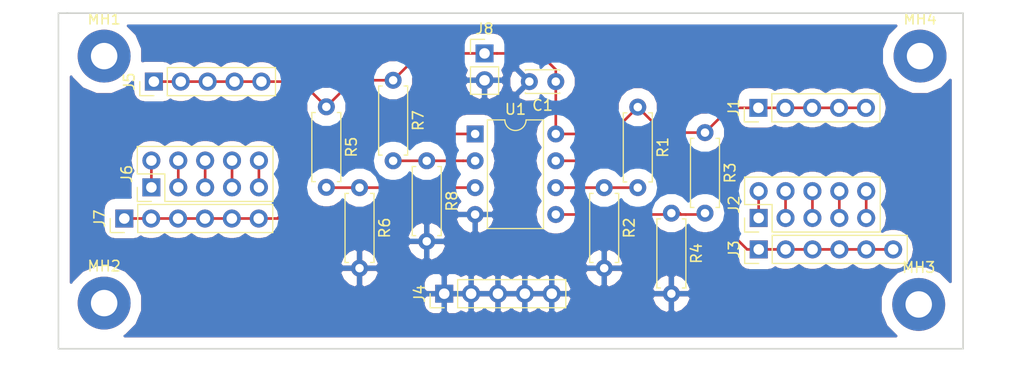
<source format=kicad_pcb>
(kicad_pcb (version 20171130) (host pcbnew 5.0.2+dfsg1-1)

  (general
    (thickness 1.6)
    (drawings 6)
    (tracks 55)
    (zones 0)
    (modules 22)
    (nets 19)
  )

  (page A4)
  (layers
    (0 F.Cu signal)
    (31 B.Cu signal)
    (33 F.Adhes user)
    (35 F.Paste user)
    (37 F.SilkS user)
    (39 F.Mask user)
    (40 Dwgs.User user)
    (41 Cmts.User user)
    (42 Eco1.User user)
    (43 Eco2.User user)
    (44 Edge.Cuts user)
    (45 Margin user)
    (46 B.CrtYd user)
    (47 F.CrtYd user)
    (49 F.Fab user)
  )

  (setup
    (last_trace_width 0.25)
    (trace_clearance 0.5)
    (zone_clearance 1)
    (zone_45_only yes)
    (trace_min 0.2)
    (segment_width 0.2)
    (edge_width 0.15)
    (via_size 0.8)
    (via_drill 0.4)
    (via_min_size 0.4)
    (via_min_drill 0.3)
    (uvia_size 0.3)
    (uvia_drill 0.1)
    (uvias_allowed no)
    (uvia_min_size 0.2)
    (uvia_min_drill 0.1)
    (pcb_text_width 0.3)
    (pcb_text_size 1.5 1.5)
    (mod_edge_width 0.15)
    (mod_text_size 1 1)
    (mod_text_width 0.15)
    (pad_size 1.524 1.524)
    (pad_drill 0.762)
    (pad_to_mask_clearance 0.051)
    (solder_mask_min_width 0.25)
    (aux_axis_origin 0 0)
    (visible_elements FFFFFF7F)
    (pcbplotparams
      (layerselection 0x010a8_ffffffff)
      (usegerberextensions false)
      (usegerberattributes false)
      (usegerberadvancedattributes false)
      (creategerberjobfile false)
      (excludeedgelayer true)
      (linewidth 0.100000)
      (plotframeref false)
      (viasonmask false)
      (mode 1)
      (useauxorigin false)
      (hpglpennumber 1)
      (hpglpenspeed 20)
      (hpglpendiameter 15.000000)
      (psnegative false)
      (psa4output false)
      (plotreference true)
      (plotvalue true)
      (plotinvisibletext false)
      (padsonsilk false)
      (subtractmaskfromsilk false)
      (outputformat 1)
      (mirror false)
      (drillshape 0)
      (scaleselection 1)
      (outputdirectory "gerber/"))
  )

  (net 0 "")
  (net 1 VCC)
  (net 2 GND)
  (net 3 "Net-(J2-Pad1)")
  (net 4 "Net-(J2-Pad3)")
  (net 5 "Net-(J2-Pad5)")
  (net 6 "Net-(J3-Pad1)")
  (net 7 "Net-(J6-Pad1)")
  (net 8 "Net-(J6-Pad3)")
  (net 9 "Net-(J6-Pad5)")
  (net 10 "Net-(J7-Pad1)")
  (net 11 "Net-(R1-Pad2)")
  (net 12 "Net-(R3-Pad2)")
  (net 13 "Net-(R5-Pad2)")
  (net 14 "Net-(R7-Pad2)")
  (net 15 "Net-(J2-Pad7)")
  (net 16 "Net-(J2-Pad10)")
  (net 17 "Net-(J6-Pad10)")
  (net 18 "Net-(J6-Pad7)")

  (net_class Default "This is the default net class."
    (clearance 0.5)
    (trace_width 0.25)
    (via_dia 0.8)
    (via_drill 0.4)
    (uvia_dia 0.3)
    (uvia_drill 0.1)
    (add_net GND)
    (add_net "Net-(J2-Pad1)")
    (add_net "Net-(J2-Pad10)")
    (add_net "Net-(J2-Pad3)")
    (add_net "Net-(J2-Pad5)")
    (add_net "Net-(J2-Pad7)")
    (add_net "Net-(J3-Pad1)")
    (add_net "Net-(J6-Pad1)")
    (add_net "Net-(J6-Pad10)")
    (add_net "Net-(J6-Pad3)")
    (add_net "Net-(J6-Pad5)")
    (add_net "Net-(J6-Pad7)")
    (add_net "Net-(J7-Pad1)")
    (add_net "Net-(R1-Pad2)")
    (add_net "Net-(R3-Pad2)")
    (add_net "Net-(R5-Pad2)")
    (add_net "Net-(R7-Pad2)")
    (add_net VCC)
  )

  (module MountingHole:MountingHole_2.5mm_Pad (layer F.Cu) (tedit 5C9555FA) (tstamp 5CA1FCDB)
    (at 139.7 99.949)
    (descr "Mounting Hole 2.5mm")
    (tags "mounting hole 2.5mm")
    (attr virtual)
    (fp_text reference MH3 (at 0 -3.5) (layer F.SilkS)
      (effects (font (size 1 1) (thickness 0.15)))
    )
    (fp_text value MountingHole_2.5mm_Pad (at 0 3.5) (layer F.Fab)
      (effects (font (size 1 1) (thickness 0.15)))
    )
    (fp_circle (center 0 0) (end 2.75 0) (layer F.CrtYd) (width 0.05))
    (fp_circle (center 0 0) (end 2.5 0) (layer Cmts.User) (width 0.15))
    (fp_text user %R (at 0.3 0) (layer F.Fab)
      (effects (font (size 1 1) (thickness 0.15)))
    )
    (pad 1 thru_hole circle (at 0 0) (size 5 5) (drill 2.5) (layers *.Cu *.Mask))
  )

  (module Connector_PinHeader_2.54mm:PinHeader_1x05_P2.54mm_Vertical (layer F.Cu) (tedit 59FED5CC) (tstamp 5CA1D79D)
    (at 124.552183 81.349431 90)
    (descr "Through hole straight pin header, 1x05, 2.54mm pitch, single row")
    (tags "Through hole pin header THT 1x05 2.54mm single row")
    (path /5C96ED98)
    (fp_text reference J1 (at 0 -2.33 90) (layer F.SilkS)
      (effects (font (size 1 1) (thickness 0.15)))
    )
    (fp_text value Conn_01x05_Female (at 0 12.49 90) (layer F.Fab)
      (effects (font (size 1 1) (thickness 0.15)))
    )
    (fp_text user %R (at 0 5.08 180) (layer F.Fab)
      (effects (font (size 1 1) (thickness 0.15)))
    )
    (fp_line (start 1.8 -1.8) (end -1.8 -1.8) (layer F.CrtYd) (width 0.05))
    (fp_line (start 1.8 11.95) (end 1.8 -1.8) (layer F.CrtYd) (width 0.05))
    (fp_line (start -1.8 11.95) (end 1.8 11.95) (layer F.CrtYd) (width 0.05))
    (fp_line (start -1.8 -1.8) (end -1.8 11.95) (layer F.CrtYd) (width 0.05))
    (fp_line (start -1.33 -1.33) (end 0 -1.33) (layer F.SilkS) (width 0.12))
    (fp_line (start -1.33 0) (end -1.33 -1.33) (layer F.SilkS) (width 0.12))
    (fp_line (start -1.33 1.27) (end 1.33 1.27) (layer F.SilkS) (width 0.12))
    (fp_line (start 1.33 1.27) (end 1.33 11.49) (layer F.SilkS) (width 0.12))
    (fp_line (start -1.33 1.27) (end -1.33 11.49) (layer F.SilkS) (width 0.12))
    (fp_line (start -1.33 11.49) (end 1.33 11.49) (layer F.SilkS) (width 0.12))
    (fp_line (start -1.27 -0.635) (end -0.635 -1.27) (layer F.Fab) (width 0.1))
    (fp_line (start -1.27 11.43) (end -1.27 -0.635) (layer F.Fab) (width 0.1))
    (fp_line (start 1.27 11.43) (end -1.27 11.43) (layer F.Fab) (width 0.1))
    (fp_line (start 1.27 -1.27) (end 1.27 11.43) (layer F.Fab) (width 0.1))
    (fp_line (start -0.635 -1.27) (end 1.27 -1.27) (layer F.Fab) (width 0.1))
    (pad 5 thru_hole oval (at 0 10.16 90) (size 1.7 1.7) (drill 1) (layers *.Cu *.Mask)
      (net 1 VCC))
    (pad 4 thru_hole oval (at 0 7.62 90) (size 1.7 1.7) (drill 1) (layers *.Cu *.Mask)
      (net 1 VCC))
    (pad 3 thru_hole oval (at 0 5.08 90) (size 1.7 1.7) (drill 1) (layers *.Cu *.Mask)
      (net 1 VCC))
    (pad 2 thru_hole oval (at 0 2.54 90) (size 1.7 1.7) (drill 1) (layers *.Cu *.Mask)
      (net 1 VCC))
    (pad 1 thru_hole rect (at 0 0 90) (size 1.7 1.7) (drill 1) (layers *.Cu *.Mask)
      (net 1 VCC))
    (model ${KISYS3DMOD}/Connector_PinHeader_2.54mm.3dshapes/PinHeader_1x05_P2.54mm_Vertical.wrl
      (at (xyz 0 0 0))
      (scale (xyz 1 1 1))
      (rotate (xyz 0 0 0))
    )
  )

  (module Connector_PinHeader_2.54mm:PinHeader_1x05_P2.54mm_Vertical (layer F.Cu) (tedit 59FED5CC) (tstamp 5CA1BD26)
    (at 94.869 98.933 90)
    (descr "Through hole straight pin header, 1x05, 2.54mm pitch, single row")
    (tags "Through hole pin header THT 1x05 2.54mm single row")
    (path /5C9659FB)
    (fp_text reference J4 (at 0 -2.33 90) (layer F.SilkS)
      (effects (font (size 1 1) (thickness 0.15)))
    )
    (fp_text value Conn_01x05_Female (at 0 12.49 90) (layer F.Fab)
      (effects (font (size 1 1) (thickness 0.15)))
    )
    (fp_line (start -0.635 -1.27) (end 1.27 -1.27) (layer F.Fab) (width 0.1))
    (fp_line (start 1.27 -1.27) (end 1.27 11.43) (layer F.Fab) (width 0.1))
    (fp_line (start 1.27 11.43) (end -1.27 11.43) (layer F.Fab) (width 0.1))
    (fp_line (start -1.27 11.43) (end -1.27 -0.635) (layer F.Fab) (width 0.1))
    (fp_line (start -1.27 -0.635) (end -0.635 -1.27) (layer F.Fab) (width 0.1))
    (fp_line (start -1.33 11.49) (end 1.33 11.49) (layer F.SilkS) (width 0.12))
    (fp_line (start -1.33 1.27) (end -1.33 11.49) (layer F.SilkS) (width 0.12))
    (fp_line (start 1.33 1.27) (end 1.33 11.49) (layer F.SilkS) (width 0.12))
    (fp_line (start -1.33 1.27) (end 1.33 1.27) (layer F.SilkS) (width 0.12))
    (fp_line (start -1.33 0) (end -1.33 -1.33) (layer F.SilkS) (width 0.12))
    (fp_line (start -1.33 -1.33) (end 0 -1.33) (layer F.SilkS) (width 0.12))
    (fp_line (start -1.8 -1.8) (end -1.8 11.95) (layer F.CrtYd) (width 0.05))
    (fp_line (start -1.8 11.95) (end 1.8 11.95) (layer F.CrtYd) (width 0.05))
    (fp_line (start 1.8 11.95) (end 1.8 -1.8) (layer F.CrtYd) (width 0.05))
    (fp_line (start 1.8 -1.8) (end -1.8 -1.8) (layer F.CrtYd) (width 0.05))
    (fp_text user %R (at 0 5.08 180) (layer F.Fab)
      (effects (font (size 1 1) (thickness 0.15)))
    )
    (pad 1 thru_hole rect (at 0 0 90) (size 1.7 1.7) (drill 1) (layers *.Cu *.Mask)
      (net 2 GND))
    (pad 2 thru_hole oval (at 0 2.54 90) (size 1.7 1.7) (drill 1) (layers *.Cu *.Mask)
      (net 2 GND))
    (pad 3 thru_hole oval (at 0 5.08 90) (size 1.7 1.7) (drill 1) (layers *.Cu *.Mask)
      (net 2 GND))
    (pad 4 thru_hole oval (at 0 7.62 90) (size 1.7 1.7) (drill 1) (layers *.Cu *.Mask)
      (net 2 GND))
    (pad 5 thru_hole oval (at 0 10.16 90) (size 1.7 1.7) (drill 1) (layers *.Cu *.Mask)
      (net 2 GND))
    (model ${KISYS3DMOD}/Connector_PinHeader_2.54mm.3dshapes/PinHeader_1x05_P2.54mm_Vertical.wrl
      (at (xyz 0 0 0))
      (scale (xyz 1 1 1))
      (rotate (xyz 0 0 0))
    )
  )

  (module Capacitor_THT:C_Disc_D3.0mm_W2.0mm_P2.50mm (layer F.Cu) (tedit 5AE50EF0) (tstamp 5CA1BCBA)
    (at 105.41 78.867 180)
    (descr "C, Disc series, Radial, pin pitch=2.50mm, , diameter*width=3*2mm^2, Capacitor")
    (tags "C Disc series Radial pin pitch 2.50mm  diameter 3mm width 2mm Capacitor")
    (path /5C964E70)
    (fp_text reference C1 (at 1.25 -2.25 180) (layer F.SilkS)
      (effects (font (size 1 1) (thickness 0.15)))
    )
    (fp_text value 0.1u (at 1.25 2.25 180) (layer F.Fab)
      (effects (font (size 1 1) (thickness 0.15)))
    )
    (fp_line (start -0.25 -1) (end -0.25 1) (layer F.Fab) (width 0.1))
    (fp_line (start -0.25 1) (end 2.75 1) (layer F.Fab) (width 0.1))
    (fp_line (start 2.75 1) (end 2.75 -1) (layer F.Fab) (width 0.1))
    (fp_line (start 2.75 -1) (end -0.25 -1) (layer F.Fab) (width 0.1))
    (fp_line (start -0.37 -1.12) (end 2.87 -1.12) (layer F.SilkS) (width 0.12))
    (fp_line (start -0.37 1.12) (end 2.87 1.12) (layer F.SilkS) (width 0.12))
    (fp_line (start -0.37 -1.12) (end -0.37 -1.055) (layer F.SilkS) (width 0.12))
    (fp_line (start -0.37 1.055) (end -0.37 1.12) (layer F.SilkS) (width 0.12))
    (fp_line (start 2.87 -1.12) (end 2.87 -1.055) (layer F.SilkS) (width 0.12))
    (fp_line (start 2.87 1.055) (end 2.87 1.12) (layer F.SilkS) (width 0.12))
    (fp_line (start -1.05 -1.25) (end -1.05 1.25) (layer F.CrtYd) (width 0.05))
    (fp_line (start -1.05 1.25) (end 3.55 1.25) (layer F.CrtYd) (width 0.05))
    (fp_line (start 3.55 1.25) (end 3.55 -1.25) (layer F.CrtYd) (width 0.05))
    (fp_line (start 3.55 -1.25) (end -1.05 -1.25) (layer F.CrtYd) (width 0.05))
    (fp_text user %R (at 1.25 0 180) (layer F.Fab)
      (effects (font (size 0.6 0.6) (thickness 0.09)))
    )
    (pad 1 thru_hole circle (at 0 0 180) (size 1.6 1.6) (drill 0.8) (layers *.Cu *.Mask)
      (net 1 VCC))
    (pad 2 thru_hole circle (at 2.5 0 180) (size 1.6 1.6) (drill 0.8) (layers *.Cu *.Mask)
      (net 2 GND))
    (model ${KISYS3DMOD}/Capacitor_THT.3dshapes/C_Disc_D3.0mm_W2.0mm_P2.50mm.wrl
      (at (xyz 0 0 0))
      (scale (xyz 1 1 1))
      (rotate (xyz 0 0 0))
    )
  )

  (module Connector_PinHeader_2.54mm:PinHeader_2x05_P2.54mm_Vertical (layer F.Cu) (tedit 5C953EAE) (tstamp 5CA1BCF3)
    (at 124.577656 91.769474 90)
    (descr "Through hole straight pin header, 2x05, 2.54mm pitch, double rows")
    (tags "Through hole pin header THT 2x05 2.54mm double row")
    (path /5C96B69E)
    (fp_text reference J2 (at 1.27 -2.33 90) (layer F.SilkS)
      (effects (font (size 1 1) (thickness 0.15)))
    )
    (fp_text value Conn_02x05_Counter_Clockwise (at 1.27 12.49 90) (layer F.Fab)
      (effects (font (size 1 1) (thickness 0.15)))
    )
    (fp_line (start 0 -1.27) (end 3.81 -1.27) (layer F.Fab) (width 0.1))
    (fp_line (start 3.81 -1.27) (end 3.81 11.43) (layer F.Fab) (width 0.1))
    (fp_line (start 3.81 11.43) (end -1.27 11.43) (layer F.Fab) (width 0.1))
    (fp_line (start -1.27 11.43) (end -1.27 0) (layer F.Fab) (width 0.1))
    (fp_line (start -1.27 0) (end 0 -1.27) (layer F.Fab) (width 0.1))
    (fp_line (start -1.33 11.49) (end 3.87 11.49) (layer F.SilkS) (width 0.12))
    (fp_line (start -1.33 1.27) (end -1.33 11.49) (layer F.SilkS) (width 0.12))
    (fp_line (start 3.87 -1.33) (end 3.87 11.49) (layer F.SilkS) (width 0.12))
    (fp_line (start -1.33 1.27) (end 1.27 1.27) (layer F.SilkS) (width 0.12))
    (fp_line (start 1.27 1.27) (end 1.27 -1.33) (layer F.SilkS) (width 0.12))
    (fp_line (start 1.27 -1.33) (end 3.87 -1.33) (layer F.SilkS) (width 0.12))
    (fp_line (start -1.33 0) (end -1.33 -1.33) (layer F.SilkS) (width 0.12))
    (fp_line (start -1.33 -1.33) (end 0 -1.33) (layer F.SilkS) (width 0.12))
    (fp_line (start -1.8 -1.8) (end -1.8 11.95) (layer F.CrtYd) (width 0.05))
    (fp_line (start -1.8 11.95) (end 4.35 11.95) (layer F.CrtYd) (width 0.05))
    (fp_line (start 4.35 11.95) (end 4.35 -1.8) (layer F.CrtYd) (width 0.05))
    (fp_line (start 4.35 -1.8) (end -1.8 -1.8) (layer F.CrtYd) (width 0.05))
    (fp_text user %R (at 1.27 5.08 180) (layer F.Fab)
      (effects (font (size 1 1) (thickness 0.15)))
    )
    (pad 1 thru_hole rect (at 0 0 90) (size 1.7 1.7) (drill 1) (layers *.Cu *.Mask)
      (net 3 "Net-(J2-Pad1)"))
    (pad 2 thru_hole oval (at 2.54 0 90) (size 1.7 1.7) (drill 1) (layers *.Cu *.Mask)
      (net 3 "Net-(J2-Pad1)"))
    (pad 3 thru_hole oval (at 0 2.54 90) (size 1.7 1.7) (drill 1) (layers *.Cu *.Mask)
      (net 4 "Net-(J2-Pad3)"))
    (pad 4 thru_hole oval (at 2.54 2.54 90) (size 1.7 1.7) (drill 1) (layers *.Cu *.Mask)
      (net 4 "Net-(J2-Pad3)"))
    (pad 5 thru_hole oval (at 0 5.08 90) (size 1.7 1.7) (drill 1) (layers *.Cu *.Mask)
      (net 5 "Net-(J2-Pad5)"))
    (pad 6 thru_hole oval (at 2.54 5.08 90) (size 1.7 1.7) (drill 1) (layers *.Cu *.Mask)
      (net 5 "Net-(J2-Pad5)"))
    (pad 7 thru_hole oval (at 0 7.62 90) (size 1.7 1.7) (drill 1) (layers *.Cu *.Mask)
      (net 15 "Net-(J2-Pad7)"))
    (pad 8 thru_hole oval (at 2.54 7.62 90) (size 1.7 1.7) (drill 1) (layers *.Cu *.Mask)
      (net 15 "Net-(J2-Pad7)"))
    (pad 9 thru_hole oval (at 0 10.16 90) (size 1.7 1.7) (drill 1) (layers *.Cu *.Mask)
      (net 16 "Net-(J2-Pad10)"))
    (pad 10 thru_hole oval (at 2.54 10.16 90) (size 1.7 1.7) (drill 1) (layers *.Cu *.Mask)
      (net 16 "Net-(J2-Pad10)"))
    (model ${KISYS3DMOD}/Connector_PinHeader_2.54mm.3dshapes/PinHeader_2x05_P2.54mm_Vertical.wrl
      (at (xyz 0 0 0))
      (scale (xyz 1 1 1))
      (rotate (xyz 0 0 0))
    )
  )

  (module Connector_PinHeader_2.54mm:PinHeader_1x06_P2.54mm_Vertical (layer F.Cu) (tedit 59FED5CC) (tstamp 5CA1BD0D)
    (at 124.587 94.742 90)
    (descr "Through hole straight pin header, 1x06, 2.54mm pitch, single row")
    (tags "Through hole pin header THT 1x06 2.54mm single row")
    (path /5C969366)
    (fp_text reference J3 (at 0 -2.33 90) (layer F.SilkS)
      (effects (font (size 1 1) (thickness 0.15)))
    )
    (fp_text value Conn_01x06_Female (at 0 15.03 90) (layer F.Fab)
      (effects (font (size 1 1) (thickness 0.15)))
    )
    (fp_line (start -0.635 -1.27) (end 1.27 -1.27) (layer F.Fab) (width 0.1))
    (fp_line (start 1.27 -1.27) (end 1.27 13.97) (layer F.Fab) (width 0.1))
    (fp_line (start 1.27 13.97) (end -1.27 13.97) (layer F.Fab) (width 0.1))
    (fp_line (start -1.27 13.97) (end -1.27 -0.635) (layer F.Fab) (width 0.1))
    (fp_line (start -1.27 -0.635) (end -0.635 -1.27) (layer F.Fab) (width 0.1))
    (fp_line (start -1.33 14.03) (end 1.33 14.03) (layer F.SilkS) (width 0.12))
    (fp_line (start -1.33 1.27) (end -1.33 14.03) (layer F.SilkS) (width 0.12))
    (fp_line (start 1.33 1.27) (end 1.33 14.03) (layer F.SilkS) (width 0.12))
    (fp_line (start -1.33 1.27) (end 1.33 1.27) (layer F.SilkS) (width 0.12))
    (fp_line (start -1.33 0) (end -1.33 -1.33) (layer F.SilkS) (width 0.12))
    (fp_line (start -1.33 -1.33) (end 0 -1.33) (layer F.SilkS) (width 0.12))
    (fp_line (start -1.8 -1.8) (end -1.8 14.5) (layer F.CrtYd) (width 0.05))
    (fp_line (start -1.8 14.5) (end 1.8 14.5) (layer F.CrtYd) (width 0.05))
    (fp_line (start 1.8 14.5) (end 1.8 -1.8) (layer F.CrtYd) (width 0.05))
    (fp_line (start 1.8 -1.8) (end -1.8 -1.8) (layer F.CrtYd) (width 0.05))
    (fp_text user %R (at 0 6.35 180) (layer F.Fab)
      (effects (font (size 1 1) (thickness 0.15)))
    )
    (pad 1 thru_hole rect (at 0 0 90) (size 1.7 1.7) (drill 1) (layers *.Cu *.Mask)
      (net 6 "Net-(J3-Pad1)"))
    (pad 2 thru_hole oval (at 0 2.54 90) (size 1.7 1.7) (drill 1) (layers *.Cu *.Mask)
      (net 6 "Net-(J3-Pad1)"))
    (pad 3 thru_hole oval (at 0 5.08 90) (size 1.7 1.7) (drill 1) (layers *.Cu *.Mask)
      (net 6 "Net-(J3-Pad1)"))
    (pad 4 thru_hole oval (at 0 7.62 90) (size 1.7 1.7) (drill 1) (layers *.Cu *.Mask)
      (net 6 "Net-(J3-Pad1)"))
    (pad 5 thru_hole oval (at 0 10.16 90) (size 1.7 1.7) (drill 1) (layers *.Cu *.Mask)
      (net 6 "Net-(J3-Pad1)"))
    (pad 6 thru_hole oval (at 0 12.7 90) (size 1.7 1.7) (drill 1) (layers *.Cu *.Mask)
      (net 6 "Net-(J3-Pad1)"))
    (model ${KISYS3DMOD}/Connector_PinHeader_2.54mm.3dshapes/PinHeader_1x06_P2.54mm_Vertical.wrl
      (at (xyz 0 0 0))
      (scale (xyz 1 1 1))
      (rotate (xyz 0 0 0))
    )
  )

  (module Connector_PinHeader_2.54mm:PinHeader_1x05_P2.54mm_Vertical (layer F.Cu) (tedit 59FED5CC) (tstamp 5CA1F452)
    (at 67.437 78.867 90)
    (descr "Through hole straight pin header, 1x05, 2.54mm pitch, single row")
    (tags "Through hole pin header THT 1x05 2.54mm single row")
    (path /5C96EFFE)
    (fp_text reference J5 (at 0 -2.33 90) (layer F.SilkS)
      (effects (font (size 1 1) (thickness 0.15)))
    )
    (fp_text value Conn_01x05_Female (at 0 12.49 90) (layer F.Fab)
      (effects (font (size 1 1) (thickness 0.15)))
    )
    (fp_line (start -0.635 -1.27) (end 1.27 -1.27) (layer F.Fab) (width 0.1))
    (fp_line (start 1.27 -1.27) (end 1.27 11.43) (layer F.Fab) (width 0.1))
    (fp_line (start 1.27 11.43) (end -1.27 11.43) (layer F.Fab) (width 0.1))
    (fp_line (start -1.27 11.43) (end -1.27 -0.635) (layer F.Fab) (width 0.1))
    (fp_line (start -1.27 -0.635) (end -0.635 -1.27) (layer F.Fab) (width 0.1))
    (fp_line (start -1.33 11.49) (end 1.33 11.49) (layer F.SilkS) (width 0.12))
    (fp_line (start -1.33 1.27) (end -1.33 11.49) (layer F.SilkS) (width 0.12))
    (fp_line (start 1.33 1.27) (end 1.33 11.49) (layer F.SilkS) (width 0.12))
    (fp_line (start -1.33 1.27) (end 1.33 1.27) (layer F.SilkS) (width 0.12))
    (fp_line (start -1.33 0) (end -1.33 -1.33) (layer F.SilkS) (width 0.12))
    (fp_line (start -1.33 -1.33) (end 0 -1.33) (layer F.SilkS) (width 0.12))
    (fp_line (start -1.8 -1.8) (end -1.8 11.95) (layer F.CrtYd) (width 0.05))
    (fp_line (start -1.8 11.95) (end 1.8 11.95) (layer F.CrtYd) (width 0.05))
    (fp_line (start 1.8 11.95) (end 1.8 -1.8) (layer F.CrtYd) (width 0.05))
    (fp_line (start 1.8 -1.8) (end -1.8 -1.8) (layer F.CrtYd) (width 0.05))
    (fp_text user %R (at 0 5.08 180) (layer F.Fab)
      (effects (font (size 1 1) (thickness 0.15)))
    )
    (pad 1 thru_hole rect (at 0 0 90) (size 1.7 1.7) (drill 1) (layers *.Cu *.Mask)
      (net 1 VCC))
    (pad 2 thru_hole oval (at 0 2.54 90) (size 1.7 1.7) (drill 1) (layers *.Cu *.Mask)
      (net 1 VCC))
    (pad 3 thru_hole oval (at 0 5.08 90) (size 1.7 1.7) (drill 1) (layers *.Cu *.Mask)
      (net 1 VCC))
    (pad 4 thru_hole oval (at 0 7.62 90) (size 1.7 1.7) (drill 1) (layers *.Cu *.Mask)
      (net 1 VCC))
    (pad 5 thru_hole oval (at 0 10.16 90) (size 1.7 1.7) (drill 1) (layers *.Cu *.Mask)
      (net 1 VCC))
    (model ${KISYS3DMOD}/Connector_PinHeader_2.54mm.3dshapes/PinHeader_1x05_P2.54mm_Vertical.wrl
      (at (xyz 0 0 0))
      (scale (xyz 1 1 1))
      (rotate (xyz 0 0 0))
    )
  )

  (module Connector_PinHeader_2.54mm:PinHeader_2x05_P2.54mm_Vertical (layer F.Cu) (tedit 59FED5CC) (tstamp 5CA1F3FC)
    (at 67.201591 88.873575 90)
    (descr "Through hole straight pin header, 2x05, 2.54mm pitch, double rows")
    (tags "Through hole pin header THT 2x05 2.54mm double row")
    (path /5C96D6CC)
    (fp_text reference J6 (at 1.27 -2.33 90) (layer F.SilkS)
      (effects (font (size 1 1) (thickness 0.15)))
    )
    (fp_text value Conn_02x05_Counter_Clockwise (at 1.27 12.49 90) (layer F.Fab)
      (effects (font (size 1 1) (thickness 0.15)))
    )
    (fp_text user %R (at 1.27 5.08 180) (layer F.Fab)
      (effects (font (size 1 1) (thickness 0.15)))
    )
    (fp_line (start 4.35 -1.8) (end -1.8 -1.8) (layer F.CrtYd) (width 0.05))
    (fp_line (start 4.35 11.95) (end 4.35 -1.8) (layer F.CrtYd) (width 0.05))
    (fp_line (start -1.8 11.95) (end 4.35 11.95) (layer F.CrtYd) (width 0.05))
    (fp_line (start -1.8 -1.8) (end -1.8 11.95) (layer F.CrtYd) (width 0.05))
    (fp_line (start -1.33 -1.33) (end 0 -1.33) (layer F.SilkS) (width 0.12))
    (fp_line (start -1.33 0) (end -1.33 -1.33) (layer F.SilkS) (width 0.12))
    (fp_line (start 1.27 -1.33) (end 3.87 -1.33) (layer F.SilkS) (width 0.12))
    (fp_line (start 1.27 1.27) (end 1.27 -1.33) (layer F.SilkS) (width 0.12))
    (fp_line (start -1.33 1.27) (end 1.27 1.27) (layer F.SilkS) (width 0.12))
    (fp_line (start 3.87 -1.33) (end 3.87 11.49) (layer F.SilkS) (width 0.12))
    (fp_line (start -1.33 1.27) (end -1.33 11.49) (layer F.SilkS) (width 0.12))
    (fp_line (start -1.33 11.49) (end 3.87 11.49) (layer F.SilkS) (width 0.12))
    (fp_line (start -1.27 0) (end 0 -1.27) (layer F.Fab) (width 0.1))
    (fp_line (start -1.27 11.43) (end -1.27 0) (layer F.Fab) (width 0.1))
    (fp_line (start 3.81 11.43) (end -1.27 11.43) (layer F.Fab) (width 0.1))
    (fp_line (start 3.81 -1.27) (end 3.81 11.43) (layer F.Fab) (width 0.1))
    (fp_line (start 0 -1.27) (end 3.81 -1.27) (layer F.Fab) (width 0.1))
    (pad 10 thru_hole oval (at 2.54 10.16 90) (size 1.7 1.7) (drill 1) (layers *.Cu *.Mask)
      (net 17 "Net-(J6-Pad10)"))
    (pad 9 thru_hole oval (at 0 10.16 90) (size 1.7 1.7) (drill 1) (layers *.Cu *.Mask)
      (net 17 "Net-(J6-Pad10)"))
    (pad 8 thru_hole oval (at 2.54 7.62 90) (size 1.7 1.7) (drill 1) (layers *.Cu *.Mask)
      (net 18 "Net-(J6-Pad7)"))
    (pad 7 thru_hole oval (at 0 7.62 90) (size 1.7 1.7) (drill 1) (layers *.Cu *.Mask)
      (net 18 "Net-(J6-Pad7)"))
    (pad 6 thru_hole oval (at 2.54 5.08 90) (size 1.7 1.7) (drill 1) (layers *.Cu *.Mask)
      (net 9 "Net-(J6-Pad5)"))
    (pad 5 thru_hole oval (at 0 5.08 90) (size 1.7 1.7) (drill 1) (layers *.Cu *.Mask)
      (net 9 "Net-(J6-Pad5)"))
    (pad 4 thru_hole oval (at 2.54 2.54 90) (size 1.7 1.7) (drill 1) (layers *.Cu *.Mask)
      (net 8 "Net-(J6-Pad3)"))
    (pad 3 thru_hole oval (at 0 2.54 90) (size 1.7 1.7) (drill 1) (layers *.Cu *.Mask)
      (net 8 "Net-(J6-Pad3)"))
    (pad 2 thru_hole oval (at 2.54 0 90) (size 1.7 1.7) (drill 1) (layers *.Cu *.Mask)
      (net 7 "Net-(J6-Pad1)"))
    (pad 1 thru_hole rect (at 0 0 90) (size 1.7 1.7) (drill 1) (layers *.Cu *.Mask)
      (net 7 "Net-(J6-Pad1)"))
    (model ${KISYS3DMOD}/Connector_PinHeader_2.54mm.3dshapes/PinHeader_2x05_P2.54mm_Vertical.wrl
      (at (xyz 0 0 0))
      (scale (xyz 1 1 1))
      (rotate (xyz 0 0 0))
    )
  )

  (module Connector_PinHeader_2.54mm:PinHeader_1x06_P2.54mm_Vertical (layer F.Cu) (tedit 59FED5CC) (tstamp 5CA1F3AB)
    (at 64.643 91.821 90)
    (descr "Through hole straight pin header, 1x06, 2.54mm pitch, single row")
    (tags "Through hole pin header THT 1x06 2.54mm single row")
    (path /5C96944C)
    (fp_text reference J7 (at 0 -2.33 90) (layer F.SilkS)
      (effects (font (size 1 1) (thickness 0.15)))
    )
    (fp_text value Conn_01x06_Female (at 0 15.03 90) (layer F.Fab)
      (effects (font (size 1 1) (thickness 0.15)))
    )
    (fp_text user %R (at 0 6.35 180) (layer F.Fab)
      (effects (font (size 1 1) (thickness 0.15)))
    )
    (fp_line (start 1.8 -1.8) (end -1.8 -1.8) (layer F.CrtYd) (width 0.05))
    (fp_line (start 1.8 14.5) (end 1.8 -1.8) (layer F.CrtYd) (width 0.05))
    (fp_line (start -1.8 14.5) (end 1.8 14.5) (layer F.CrtYd) (width 0.05))
    (fp_line (start -1.8 -1.8) (end -1.8 14.5) (layer F.CrtYd) (width 0.05))
    (fp_line (start -1.33 -1.33) (end 0 -1.33) (layer F.SilkS) (width 0.12))
    (fp_line (start -1.33 0) (end -1.33 -1.33) (layer F.SilkS) (width 0.12))
    (fp_line (start -1.33 1.27) (end 1.33 1.27) (layer F.SilkS) (width 0.12))
    (fp_line (start 1.33 1.27) (end 1.33 14.03) (layer F.SilkS) (width 0.12))
    (fp_line (start -1.33 1.27) (end -1.33 14.03) (layer F.SilkS) (width 0.12))
    (fp_line (start -1.33 14.03) (end 1.33 14.03) (layer F.SilkS) (width 0.12))
    (fp_line (start -1.27 -0.635) (end -0.635 -1.27) (layer F.Fab) (width 0.1))
    (fp_line (start -1.27 13.97) (end -1.27 -0.635) (layer F.Fab) (width 0.1))
    (fp_line (start 1.27 13.97) (end -1.27 13.97) (layer F.Fab) (width 0.1))
    (fp_line (start 1.27 -1.27) (end 1.27 13.97) (layer F.Fab) (width 0.1))
    (fp_line (start -0.635 -1.27) (end 1.27 -1.27) (layer F.Fab) (width 0.1))
    (pad 6 thru_hole oval (at 0 12.7 90) (size 1.7 1.7) (drill 1) (layers *.Cu *.Mask)
      (net 10 "Net-(J7-Pad1)"))
    (pad 5 thru_hole oval (at 0 10.16 90) (size 1.7 1.7) (drill 1) (layers *.Cu *.Mask)
      (net 10 "Net-(J7-Pad1)"))
    (pad 4 thru_hole oval (at 0 7.62 90) (size 1.7 1.7) (drill 1) (layers *.Cu *.Mask)
      (net 10 "Net-(J7-Pad1)"))
    (pad 3 thru_hole oval (at 0 5.08 90) (size 1.7 1.7) (drill 1) (layers *.Cu *.Mask)
      (net 10 "Net-(J7-Pad1)"))
    (pad 2 thru_hole oval (at 0 2.54 90) (size 1.7 1.7) (drill 1) (layers *.Cu *.Mask)
      (net 10 "Net-(J7-Pad1)"))
    (pad 1 thru_hole rect (at 0 0 90) (size 1.7 1.7) (drill 1) (layers *.Cu *.Mask)
      (net 10 "Net-(J7-Pad1)"))
    (model ${KISYS3DMOD}/Connector_PinHeader_2.54mm.3dshapes/PinHeader_1x06_P2.54mm_Vertical.wrl
      (at (xyz 0 0 0))
      (scale (xyz 1 1 1))
      (rotate (xyz 0 0 0))
    )
  )

  (module Resistor_THT:R_Axial_DIN0207_L6.3mm_D2.5mm_P7.62mm_Horizontal (layer F.Cu) (tedit 5AE5139B) (tstamp 5CA1BD90)
    (at 113.157 81.28 270)
    (descr "Resistor, Axial_DIN0207 series, Axial, Horizontal, pin pitch=7.62mm, 0.25W = 1/4W, length*diameter=6.3*2.5mm^2, http://cdn-reichelt.de/documents/datenblatt/B400/1_4W%23YAG.pdf")
    (tags "Resistor Axial_DIN0207 series Axial Horizontal pin pitch 7.62mm 0.25W = 1/4W length 6.3mm diameter 2.5mm")
    (path /5C92460C)
    (fp_text reference R1 (at 3.81 -2.37 270) (layer F.SilkS)
      (effects (font (size 1 1) (thickness 0.15)))
    )
    (fp_text value 50k (at 3.81 2.37 270) (layer F.Fab)
      (effects (font (size 1 1) (thickness 0.15)))
    )
    (fp_line (start 0.66 -1.25) (end 0.66 1.25) (layer F.Fab) (width 0.1))
    (fp_line (start 0.66 1.25) (end 6.96 1.25) (layer F.Fab) (width 0.1))
    (fp_line (start 6.96 1.25) (end 6.96 -1.25) (layer F.Fab) (width 0.1))
    (fp_line (start 6.96 -1.25) (end 0.66 -1.25) (layer F.Fab) (width 0.1))
    (fp_line (start 0 0) (end 0.66 0) (layer F.Fab) (width 0.1))
    (fp_line (start 7.62 0) (end 6.96 0) (layer F.Fab) (width 0.1))
    (fp_line (start 0.54 -1.04) (end 0.54 -1.37) (layer F.SilkS) (width 0.12))
    (fp_line (start 0.54 -1.37) (end 7.08 -1.37) (layer F.SilkS) (width 0.12))
    (fp_line (start 7.08 -1.37) (end 7.08 -1.04) (layer F.SilkS) (width 0.12))
    (fp_line (start 0.54 1.04) (end 0.54 1.37) (layer F.SilkS) (width 0.12))
    (fp_line (start 0.54 1.37) (end 7.08 1.37) (layer F.SilkS) (width 0.12))
    (fp_line (start 7.08 1.37) (end 7.08 1.04) (layer F.SilkS) (width 0.12))
    (fp_line (start -1.05 -1.5) (end -1.05 1.5) (layer F.CrtYd) (width 0.05))
    (fp_line (start -1.05 1.5) (end 8.67 1.5) (layer F.CrtYd) (width 0.05))
    (fp_line (start 8.67 1.5) (end 8.67 -1.5) (layer F.CrtYd) (width 0.05))
    (fp_line (start 8.67 -1.5) (end -1.05 -1.5) (layer F.CrtYd) (width 0.05))
    (fp_text user %R (at 3.81 0 270) (layer F.Fab)
      (effects (font (size 1 1) (thickness 0.15)))
    )
    (pad 1 thru_hole circle (at 0 0 270) (size 1.6 1.6) (drill 0.8) (layers *.Cu *.Mask)
      (net 1 VCC))
    (pad 2 thru_hole oval (at 7.62 0 270) (size 1.6 1.6) (drill 0.8) (layers *.Cu *.Mask)
      (net 11 "Net-(R1-Pad2)"))
    (model ${KISYS3DMOD}/Resistor_THT.3dshapes/R_Axial_DIN0207_L6.3mm_D2.5mm_P7.62mm_Horizontal.wrl
      (at (xyz 0 0 0))
      (scale (xyz 1 1 1))
      (rotate (xyz 0 0 0))
    )
  )

  (module Resistor_THT:R_Axial_DIN0207_L6.3mm_D2.5mm_P7.62mm_Horizontal (layer F.Cu) (tedit 5AE5139B) (tstamp 5CA1BDA7)
    (at 109.982 88.9 270)
    (descr "Resistor, Axial_DIN0207 series, Axial, Horizontal, pin pitch=7.62mm, 0.25W = 1/4W, length*diameter=6.3*2.5mm^2, http://cdn-reichelt.de/documents/datenblatt/B400/1_4W%23YAG.pdf")
    (tags "Resistor Axial_DIN0207 series Axial Horizontal pin pitch 7.62mm 0.25W = 1/4W length 6.3mm diameter 2.5mm")
    (path /5C9243A8)
    (fp_text reference R2 (at 3.81 -2.37 270) (layer F.SilkS)
      (effects (font (size 1 1) (thickness 0.15)))
    )
    (fp_text value 500 (at 3.81 2.37 270) (layer F.Fab)
      (effects (font (size 1 1) (thickness 0.15)))
    )
    (fp_text user %R (at 3.81 0 270) (layer F.Fab)
      (effects (font (size 1 1) (thickness 0.15)))
    )
    (fp_line (start 8.67 -1.5) (end -1.05 -1.5) (layer F.CrtYd) (width 0.05))
    (fp_line (start 8.67 1.5) (end 8.67 -1.5) (layer F.CrtYd) (width 0.05))
    (fp_line (start -1.05 1.5) (end 8.67 1.5) (layer F.CrtYd) (width 0.05))
    (fp_line (start -1.05 -1.5) (end -1.05 1.5) (layer F.CrtYd) (width 0.05))
    (fp_line (start 7.08 1.37) (end 7.08 1.04) (layer F.SilkS) (width 0.12))
    (fp_line (start 0.54 1.37) (end 7.08 1.37) (layer F.SilkS) (width 0.12))
    (fp_line (start 0.54 1.04) (end 0.54 1.37) (layer F.SilkS) (width 0.12))
    (fp_line (start 7.08 -1.37) (end 7.08 -1.04) (layer F.SilkS) (width 0.12))
    (fp_line (start 0.54 -1.37) (end 7.08 -1.37) (layer F.SilkS) (width 0.12))
    (fp_line (start 0.54 -1.04) (end 0.54 -1.37) (layer F.SilkS) (width 0.12))
    (fp_line (start 7.62 0) (end 6.96 0) (layer F.Fab) (width 0.1))
    (fp_line (start 0 0) (end 0.66 0) (layer F.Fab) (width 0.1))
    (fp_line (start 6.96 -1.25) (end 0.66 -1.25) (layer F.Fab) (width 0.1))
    (fp_line (start 6.96 1.25) (end 6.96 -1.25) (layer F.Fab) (width 0.1))
    (fp_line (start 0.66 1.25) (end 6.96 1.25) (layer F.Fab) (width 0.1))
    (fp_line (start 0.66 -1.25) (end 0.66 1.25) (layer F.Fab) (width 0.1))
    (pad 2 thru_hole oval (at 7.62 0 270) (size 1.6 1.6) (drill 0.8) (layers *.Cu *.Mask)
      (net 2 GND))
    (pad 1 thru_hole circle (at 0 0 270) (size 1.6 1.6) (drill 0.8) (layers *.Cu *.Mask)
      (net 11 "Net-(R1-Pad2)"))
    (model ${KISYS3DMOD}/Resistor_THT.3dshapes/R_Axial_DIN0207_L6.3mm_D2.5mm_P7.62mm_Horizontal.wrl
      (at (xyz 0 0 0))
      (scale (xyz 1 1 1))
      (rotate (xyz 0 0 0))
    )
  )

  (module Resistor_THT:R_Axial_DIN0207_L6.3mm_D2.5mm_P7.62mm_Horizontal (layer F.Cu) (tedit 5AE5139B) (tstamp 5CA1BDBE)
    (at 119.507 83.693 270)
    (descr "Resistor, Axial_DIN0207 series, Axial, Horizontal, pin pitch=7.62mm, 0.25W = 1/4W, length*diameter=6.3*2.5mm^2, http://cdn-reichelt.de/documents/datenblatt/B400/1_4W%23YAG.pdf")
    (tags "Resistor Axial_DIN0207 series Axial Horizontal pin pitch 7.62mm 0.25W = 1/4W length 6.3mm diameter 2.5mm")
    (path /5C925596)
    (fp_text reference R3 (at 3.81 -2.37 270) (layer F.SilkS)
      (effects (font (size 1 1) (thickness 0.15)))
    )
    (fp_text value 50k (at 3.81 2.37 270) (layer F.Fab)
      (effects (font (size 1 1) (thickness 0.15)))
    )
    (fp_text user %R (at 3.81 0 270) (layer F.Fab)
      (effects (font (size 1 1) (thickness 0.15)))
    )
    (fp_line (start 8.67 -1.5) (end -1.05 -1.5) (layer F.CrtYd) (width 0.05))
    (fp_line (start 8.67 1.5) (end 8.67 -1.5) (layer F.CrtYd) (width 0.05))
    (fp_line (start -1.05 1.5) (end 8.67 1.5) (layer F.CrtYd) (width 0.05))
    (fp_line (start -1.05 -1.5) (end -1.05 1.5) (layer F.CrtYd) (width 0.05))
    (fp_line (start 7.08 1.37) (end 7.08 1.04) (layer F.SilkS) (width 0.12))
    (fp_line (start 0.54 1.37) (end 7.08 1.37) (layer F.SilkS) (width 0.12))
    (fp_line (start 0.54 1.04) (end 0.54 1.37) (layer F.SilkS) (width 0.12))
    (fp_line (start 7.08 -1.37) (end 7.08 -1.04) (layer F.SilkS) (width 0.12))
    (fp_line (start 0.54 -1.37) (end 7.08 -1.37) (layer F.SilkS) (width 0.12))
    (fp_line (start 0.54 -1.04) (end 0.54 -1.37) (layer F.SilkS) (width 0.12))
    (fp_line (start 7.62 0) (end 6.96 0) (layer F.Fab) (width 0.1))
    (fp_line (start 0 0) (end 0.66 0) (layer F.Fab) (width 0.1))
    (fp_line (start 6.96 -1.25) (end 0.66 -1.25) (layer F.Fab) (width 0.1))
    (fp_line (start 6.96 1.25) (end 6.96 -1.25) (layer F.Fab) (width 0.1))
    (fp_line (start 0.66 1.25) (end 6.96 1.25) (layer F.Fab) (width 0.1))
    (fp_line (start 0.66 -1.25) (end 0.66 1.25) (layer F.Fab) (width 0.1))
    (pad 2 thru_hole oval (at 7.62 0 270) (size 1.6 1.6) (drill 0.8) (layers *.Cu *.Mask)
      (net 12 "Net-(R3-Pad2)"))
    (pad 1 thru_hole circle (at 0 0 270) (size 1.6 1.6) (drill 0.8) (layers *.Cu *.Mask)
      (net 1 VCC))
    (model ${KISYS3DMOD}/Resistor_THT.3dshapes/R_Axial_DIN0207_L6.3mm_D2.5mm_P7.62mm_Horizontal.wrl
      (at (xyz 0 0 0))
      (scale (xyz 1 1 1))
      (rotate (xyz 0 0 0))
    )
  )

  (module Resistor_THT:R_Axial_DIN0207_L6.3mm_D2.5mm_P7.62mm_Horizontal (layer F.Cu) (tedit 5AE5139B) (tstamp 5CA1BDD5)
    (at 116.332 91.313 270)
    (descr "Resistor, Axial_DIN0207 series, Axial, Horizontal, pin pitch=7.62mm, 0.25W = 1/4W, length*diameter=6.3*2.5mm^2, http://cdn-reichelt.de/documents/datenblatt/B400/1_4W%23YAG.pdf")
    (tags "Resistor Axial_DIN0207 series Axial Horizontal pin pitch 7.62mm 0.25W = 1/4W length 6.3mm diameter 2.5mm")
    (path /5C963501)
    (fp_text reference R4 (at 3.81 -2.37 270) (layer F.SilkS)
      (effects (font (size 1 1) (thickness 0.15)))
    )
    (fp_text value 500 (at 3.81 2.37 270) (layer F.Fab)
      (effects (font (size 1 1) (thickness 0.15)))
    )
    (fp_line (start 0.66 -1.25) (end 0.66 1.25) (layer F.Fab) (width 0.1))
    (fp_line (start 0.66 1.25) (end 6.96 1.25) (layer F.Fab) (width 0.1))
    (fp_line (start 6.96 1.25) (end 6.96 -1.25) (layer F.Fab) (width 0.1))
    (fp_line (start 6.96 -1.25) (end 0.66 -1.25) (layer F.Fab) (width 0.1))
    (fp_line (start 0 0) (end 0.66 0) (layer F.Fab) (width 0.1))
    (fp_line (start 7.62 0) (end 6.96 0) (layer F.Fab) (width 0.1))
    (fp_line (start 0.54 -1.04) (end 0.54 -1.37) (layer F.SilkS) (width 0.12))
    (fp_line (start 0.54 -1.37) (end 7.08 -1.37) (layer F.SilkS) (width 0.12))
    (fp_line (start 7.08 -1.37) (end 7.08 -1.04) (layer F.SilkS) (width 0.12))
    (fp_line (start 0.54 1.04) (end 0.54 1.37) (layer F.SilkS) (width 0.12))
    (fp_line (start 0.54 1.37) (end 7.08 1.37) (layer F.SilkS) (width 0.12))
    (fp_line (start 7.08 1.37) (end 7.08 1.04) (layer F.SilkS) (width 0.12))
    (fp_line (start -1.05 -1.5) (end -1.05 1.5) (layer F.CrtYd) (width 0.05))
    (fp_line (start -1.05 1.5) (end 8.67 1.5) (layer F.CrtYd) (width 0.05))
    (fp_line (start 8.67 1.5) (end 8.67 -1.5) (layer F.CrtYd) (width 0.05))
    (fp_line (start 8.67 -1.5) (end -1.05 -1.5) (layer F.CrtYd) (width 0.05))
    (fp_text user %R (at 3.81 0 270) (layer F.Fab)
      (effects (font (size 1 1) (thickness 0.15)))
    )
    (pad 1 thru_hole circle (at 0 0 270) (size 1.6 1.6) (drill 0.8) (layers *.Cu *.Mask)
      (net 12 "Net-(R3-Pad2)"))
    (pad 2 thru_hole oval (at 7.62 0 270) (size 1.6 1.6) (drill 0.8) (layers *.Cu *.Mask)
      (net 2 GND))
    (model ${KISYS3DMOD}/Resistor_THT.3dshapes/R_Axial_DIN0207_L6.3mm_D2.5mm_P7.62mm_Horizontal.wrl
      (at (xyz 0 0 0))
      (scale (xyz 1 1 1))
      (rotate (xyz 0 0 0))
    )
  )

  (module Resistor_THT:R_Axial_DIN0207_L6.3mm_D2.5mm_P7.62mm_Horizontal (layer F.Cu) (tedit 5AE5139B) (tstamp 5CA1F366)
    (at 83.731863 81.252278 270)
    (descr "Resistor, Axial_DIN0207 series, Axial, Horizontal, pin pitch=7.62mm, 0.25W = 1/4W, length*diameter=6.3*2.5mm^2, http://cdn-reichelt.de/documents/datenblatt/B400/1_4W%23YAG.pdf")
    (tags "Resistor Axial_DIN0207 series Axial Horizontal pin pitch 7.62mm 0.25W = 1/4W length 6.3mm diameter 2.5mm")
    (path /5C75B3FD)
    (fp_text reference R5 (at 3.81 -2.37 270) (layer F.SilkS)
      (effects (font (size 1 1) (thickness 0.15)))
    )
    (fp_text value 50k (at 3.81 2.37 270) (layer F.Fab)
      (effects (font (size 1 1) (thickness 0.15)))
    )
    (fp_line (start 0.66 -1.25) (end 0.66 1.25) (layer F.Fab) (width 0.1))
    (fp_line (start 0.66 1.25) (end 6.96 1.25) (layer F.Fab) (width 0.1))
    (fp_line (start 6.96 1.25) (end 6.96 -1.25) (layer F.Fab) (width 0.1))
    (fp_line (start 6.96 -1.25) (end 0.66 -1.25) (layer F.Fab) (width 0.1))
    (fp_line (start 0 0) (end 0.66 0) (layer F.Fab) (width 0.1))
    (fp_line (start 7.62 0) (end 6.96 0) (layer F.Fab) (width 0.1))
    (fp_line (start 0.54 -1.04) (end 0.54 -1.37) (layer F.SilkS) (width 0.12))
    (fp_line (start 0.54 -1.37) (end 7.08 -1.37) (layer F.SilkS) (width 0.12))
    (fp_line (start 7.08 -1.37) (end 7.08 -1.04) (layer F.SilkS) (width 0.12))
    (fp_line (start 0.54 1.04) (end 0.54 1.37) (layer F.SilkS) (width 0.12))
    (fp_line (start 0.54 1.37) (end 7.08 1.37) (layer F.SilkS) (width 0.12))
    (fp_line (start 7.08 1.37) (end 7.08 1.04) (layer F.SilkS) (width 0.12))
    (fp_line (start -1.05 -1.5) (end -1.05 1.5) (layer F.CrtYd) (width 0.05))
    (fp_line (start -1.05 1.5) (end 8.67 1.5) (layer F.CrtYd) (width 0.05))
    (fp_line (start 8.67 1.5) (end 8.67 -1.5) (layer F.CrtYd) (width 0.05))
    (fp_line (start 8.67 -1.5) (end -1.05 -1.5) (layer F.CrtYd) (width 0.05))
    (fp_text user %R (at 3.81 0 270) (layer F.Fab)
      (effects (font (size 1 1) (thickness 0.15)))
    )
    (pad 1 thru_hole circle (at 0 0 270) (size 1.6 1.6) (drill 0.8) (layers *.Cu *.Mask)
      (net 1 VCC))
    (pad 2 thru_hole oval (at 7.62 0 270) (size 1.6 1.6) (drill 0.8) (layers *.Cu *.Mask)
      (net 13 "Net-(R5-Pad2)"))
    (model ${KISYS3DMOD}/Resistor_THT.3dshapes/R_Axial_DIN0207_L6.3mm_D2.5mm_P7.62mm_Horizontal.wrl
      (at (xyz 0 0 0))
      (scale (xyz 1 1 1))
      (rotate (xyz 0 0 0))
    )
  )

  (module Resistor_THT:R_Axial_DIN0207_L6.3mm_D2.5mm_P7.62mm_Horizontal (layer F.Cu) (tedit 5AE5139B) (tstamp 5CA1F324)
    (at 86.868 88.9 270)
    (descr "Resistor, Axial_DIN0207 series, Axial, Horizontal, pin pitch=7.62mm, 0.25W = 1/4W, length*diameter=6.3*2.5mm^2, http://cdn-reichelt.de/documents/datenblatt/B400/1_4W%23YAG.pdf")
    (tags "Resistor Axial_DIN0207 series Axial Horizontal pin pitch 7.62mm 0.25W = 1/4W length 6.3mm diameter 2.5mm")
    (path /5C963D37)
    (fp_text reference R6 (at 3.81 -2.37 270) (layer F.SilkS)
      (effects (font (size 1 1) (thickness 0.15)))
    )
    (fp_text value 500 (at 3.81 2.37 270) (layer F.Fab)
      (effects (font (size 1 1) (thickness 0.15)))
    )
    (fp_text user %R (at 3.81 0 270) (layer F.Fab)
      (effects (font (size 1 1) (thickness 0.15)))
    )
    (fp_line (start 8.67 -1.5) (end -1.05 -1.5) (layer F.CrtYd) (width 0.05))
    (fp_line (start 8.67 1.5) (end 8.67 -1.5) (layer F.CrtYd) (width 0.05))
    (fp_line (start -1.05 1.5) (end 8.67 1.5) (layer F.CrtYd) (width 0.05))
    (fp_line (start -1.05 -1.5) (end -1.05 1.5) (layer F.CrtYd) (width 0.05))
    (fp_line (start 7.08 1.37) (end 7.08 1.04) (layer F.SilkS) (width 0.12))
    (fp_line (start 0.54 1.37) (end 7.08 1.37) (layer F.SilkS) (width 0.12))
    (fp_line (start 0.54 1.04) (end 0.54 1.37) (layer F.SilkS) (width 0.12))
    (fp_line (start 7.08 -1.37) (end 7.08 -1.04) (layer F.SilkS) (width 0.12))
    (fp_line (start 0.54 -1.37) (end 7.08 -1.37) (layer F.SilkS) (width 0.12))
    (fp_line (start 0.54 -1.04) (end 0.54 -1.37) (layer F.SilkS) (width 0.12))
    (fp_line (start 7.62 0) (end 6.96 0) (layer F.Fab) (width 0.1))
    (fp_line (start 0 0) (end 0.66 0) (layer F.Fab) (width 0.1))
    (fp_line (start 6.96 -1.25) (end 0.66 -1.25) (layer F.Fab) (width 0.1))
    (fp_line (start 6.96 1.25) (end 6.96 -1.25) (layer F.Fab) (width 0.1))
    (fp_line (start 0.66 1.25) (end 6.96 1.25) (layer F.Fab) (width 0.1))
    (fp_line (start 0.66 -1.25) (end 0.66 1.25) (layer F.Fab) (width 0.1))
    (pad 2 thru_hole oval (at 7.62 0 270) (size 1.6 1.6) (drill 0.8) (layers *.Cu *.Mask)
      (net 2 GND))
    (pad 1 thru_hole circle (at 0 0 270) (size 1.6 1.6) (drill 0.8) (layers *.Cu *.Mask)
      (net 13 "Net-(R5-Pad2)"))
    (model ${KISYS3DMOD}/Resistor_THT.3dshapes/R_Axial_DIN0207_L6.3mm_D2.5mm_P7.62mm_Horizontal.wrl
      (at (xyz 0 0 0))
      (scale (xyz 1 1 1))
      (rotate (xyz 0 0 0))
    )
  )

  (module Resistor_THT:R_Axial_DIN0207_L6.3mm_D2.5mm_P7.62mm_Horizontal (layer F.Cu) (tedit 5AE5139B) (tstamp 5CA1F2E2)
    (at 90.043 78.74 270)
    (descr "Resistor, Axial_DIN0207 series, Axial, Horizontal, pin pitch=7.62mm, 0.25W = 1/4W, length*diameter=6.3*2.5mm^2, http://cdn-reichelt.de/documents/datenblatt/B400/1_4W%23YAG.pdf")
    (tags "Resistor Axial_DIN0207 series Axial Horizontal pin pitch 7.62mm 0.25W = 1/4W length 6.3mm diameter 2.5mm")
    (path /5C75B3CF)
    (fp_text reference R7 (at 3.81 -2.37 270) (layer F.SilkS)
      (effects (font (size 1 1) (thickness 0.15)))
    )
    (fp_text value 50k (at 3.81 2.37 270) (layer F.Fab)
      (effects (font (size 1 1) (thickness 0.15)))
    )
    (fp_line (start 0.66 -1.25) (end 0.66 1.25) (layer F.Fab) (width 0.1))
    (fp_line (start 0.66 1.25) (end 6.96 1.25) (layer F.Fab) (width 0.1))
    (fp_line (start 6.96 1.25) (end 6.96 -1.25) (layer F.Fab) (width 0.1))
    (fp_line (start 6.96 -1.25) (end 0.66 -1.25) (layer F.Fab) (width 0.1))
    (fp_line (start 0 0) (end 0.66 0) (layer F.Fab) (width 0.1))
    (fp_line (start 7.62 0) (end 6.96 0) (layer F.Fab) (width 0.1))
    (fp_line (start 0.54 -1.04) (end 0.54 -1.37) (layer F.SilkS) (width 0.12))
    (fp_line (start 0.54 -1.37) (end 7.08 -1.37) (layer F.SilkS) (width 0.12))
    (fp_line (start 7.08 -1.37) (end 7.08 -1.04) (layer F.SilkS) (width 0.12))
    (fp_line (start 0.54 1.04) (end 0.54 1.37) (layer F.SilkS) (width 0.12))
    (fp_line (start 0.54 1.37) (end 7.08 1.37) (layer F.SilkS) (width 0.12))
    (fp_line (start 7.08 1.37) (end 7.08 1.04) (layer F.SilkS) (width 0.12))
    (fp_line (start -1.05 -1.5) (end -1.05 1.5) (layer F.CrtYd) (width 0.05))
    (fp_line (start -1.05 1.5) (end 8.67 1.5) (layer F.CrtYd) (width 0.05))
    (fp_line (start 8.67 1.5) (end 8.67 -1.5) (layer F.CrtYd) (width 0.05))
    (fp_line (start 8.67 -1.5) (end -1.05 -1.5) (layer F.CrtYd) (width 0.05))
    (fp_text user %R (at 3.81 0 270) (layer F.Fab)
      (effects (font (size 1 1) (thickness 0.15)))
    )
    (pad 1 thru_hole circle (at 0 0 270) (size 1.6 1.6) (drill 0.8) (layers *.Cu *.Mask)
      (net 1 VCC))
    (pad 2 thru_hole oval (at 7.62 0 270) (size 1.6 1.6) (drill 0.8) (layers *.Cu *.Mask)
      (net 14 "Net-(R7-Pad2)"))
    (model ${KISYS3DMOD}/Resistor_THT.3dshapes/R_Axial_DIN0207_L6.3mm_D2.5mm_P7.62mm_Horizontal.wrl
      (at (xyz 0 0 0))
      (scale (xyz 1 1 1))
      (rotate (xyz 0 0 0))
    )
  )

  (module Resistor_THT:R_Axial_DIN0207_L6.3mm_D2.5mm_P7.62mm_Horizontal (layer F.Cu) (tedit 5AE5139B) (tstamp 5CA1F2A0)
    (at 93.218 86.36 270)
    (descr "Resistor, Axial_DIN0207 series, Axial, Horizontal, pin pitch=7.62mm, 0.25W = 1/4W, length*diameter=6.3*2.5mm^2, http://cdn-reichelt.de/documents/datenblatt/B400/1_4W%23YAG.pdf")
    (tags "Resistor Axial_DIN0207 series Axial Horizontal pin pitch 7.62mm 0.25W = 1/4W length 6.3mm diameter 2.5mm")
    (path /5C75B3D6)
    (fp_text reference R8 (at 3.81 -2.37 270) (layer F.SilkS)
      (effects (font (size 1 1) (thickness 0.15)))
    )
    (fp_text value 500 (at 3.81 2.37 270) (layer F.Fab)
      (effects (font (size 1 1) (thickness 0.15)))
    )
    (fp_text user %R (at 3.81 0 270) (layer F.Fab)
      (effects (font (size 1 1) (thickness 0.15)))
    )
    (fp_line (start 8.67 -1.5) (end -1.05 -1.5) (layer F.CrtYd) (width 0.05))
    (fp_line (start 8.67 1.5) (end 8.67 -1.5) (layer F.CrtYd) (width 0.05))
    (fp_line (start -1.05 1.5) (end 8.67 1.5) (layer F.CrtYd) (width 0.05))
    (fp_line (start -1.05 -1.5) (end -1.05 1.5) (layer F.CrtYd) (width 0.05))
    (fp_line (start 7.08 1.37) (end 7.08 1.04) (layer F.SilkS) (width 0.12))
    (fp_line (start 0.54 1.37) (end 7.08 1.37) (layer F.SilkS) (width 0.12))
    (fp_line (start 0.54 1.04) (end 0.54 1.37) (layer F.SilkS) (width 0.12))
    (fp_line (start 7.08 -1.37) (end 7.08 -1.04) (layer F.SilkS) (width 0.12))
    (fp_line (start 0.54 -1.37) (end 7.08 -1.37) (layer F.SilkS) (width 0.12))
    (fp_line (start 0.54 -1.04) (end 0.54 -1.37) (layer F.SilkS) (width 0.12))
    (fp_line (start 7.62 0) (end 6.96 0) (layer F.Fab) (width 0.1))
    (fp_line (start 0 0) (end 0.66 0) (layer F.Fab) (width 0.1))
    (fp_line (start 6.96 -1.25) (end 0.66 -1.25) (layer F.Fab) (width 0.1))
    (fp_line (start 6.96 1.25) (end 6.96 -1.25) (layer F.Fab) (width 0.1))
    (fp_line (start 0.66 1.25) (end 6.96 1.25) (layer F.Fab) (width 0.1))
    (fp_line (start 0.66 -1.25) (end 0.66 1.25) (layer F.Fab) (width 0.1))
    (pad 2 thru_hole oval (at 7.62 0 270) (size 1.6 1.6) (drill 0.8) (layers *.Cu *.Mask)
      (net 2 GND))
    (pad 1 thru_hole circle (at 0 0 270) (size 1.6 1.6) (drill 0.8) (layers *.Cu *.Mask)
      (net 14 "Net-(R7-Pad2)"))
    (model ${KISYS3DMOD}/Resistor_THT.3dshapes/R_Axial_DIN0207_L6.3mm_D2.5mm_P7.62mm_Horizontal.wrl
      (at (xyz 0 0 0))
      (scale (xyz 1 1 1))
      (rotate (xyz 0 0 0))
    )
  )

  (module Package_DIP:DIP-8_W7.62mm (layer F.Cu) (tedit 5A02E8C5) (tstamp 5CA1BE4D)
    (at 97.79 83.82)
    (descr "8-lead though-hole mounted DIP package, row spacing 7.62 mm (300 mils)")
    (tags "THT DIP DIL PDIP 2.54mm 7.62mm 300mil")
    (path /5C75B3BE)
    (fp_text reference U1 (at 3.81 -2.33) (layer F.SilkS)
      (effects (font (size 1 1) (thickness 0.15)))
    )
    (fp_text value LM393 (at 3.81 9.95) (layer F.Fab)
      (effects (font (size 1 1) (thickness 0.15)))
    )
    (fp_arc (start 3.81 -1.33) (end 2.81 -1.33) (angle -180) (layer F.SilkS) (width 0.12))
    (fp_line (start 1.635 -1.27) (end 6.985 -1.27) (layer F.Fab) (width 0.1))
    (fp_line (start 6.985 -1.27) (end 6.985 8.89) (layer F.Fab) (width 0.1))
    (fp_line (start 6.985 8.89) (end 0.635 8.89) (layer F.Fab) (width 0.1))
    (fp_line (start 0.635 8.89) (end 0.635 -0.27) (layer F.Fab) (width 0.1))
    (fp_line (start 0.635 -0.27) (end 1.635 -1.27) (layer F.Fab) (width 0.1))
    (fp_line (start 2.81 -1.33) (end 1.16 -1.33) (layer F.SilkS) (width 0.12))
    (fp_line (start 1.16 -1.33) (end 1.16 8.95) (layer F.SilkS) (width 0.12))
    (fp_line (start 1.16 8.95) (end 6.46 8.95) (layer F.SilkS) (width 0.12))
    (fp_line (start 6.46 8.95) (end 6.46 -1.33) (layer F.SilkS) (width 0.12))
    (fp_line (start 6.46 -1.33) (end 4.81 -1.33) (layer F.SilkS) (width 0.12))
    (fp_line (start -1.1 -1.55) (end -1.1 9.15) (layer F.CrtYd) (width 0.05))
    (fp_line (start -1.1 9.15) (end 8.7 9.15) (layer F.CrtYd) (width 0.05))
    (fp_line (start 8.7 9.15) (end 8.7 -1.55) (layer F.CrtYd) (width 0.05))
    (fp_line (start 8.7 -1.55) (end -1.1 -1.55) (layer F.CrtYd) (width 0.05))
    (fp_text user %R (at 3.81 3.81) (layer F.Fab)
      (effects (font (size 1 1) (thickness 0.15)))
    )
    (pad 1 thru_hole rect (at 0 0) (size 1.6 1.6) (drill 0.8) (layers *.Cu *.Mask)
      (net 10 "Net-(J7-Pad1)"))
    (pad 5 thru_hole oval (at 7.62 7.62) (size 1.6 1.6) (drill 0.8) (layers *.Cu *.Mask)
      (net 12 "Net-(R3-Pad2)"))
    (pad 2 thru_hole oval (at 0 2.54) (size 1.6 1.6) (drill 0.8) (layers *.Cu *.Mask)
      (net 14 "Net-(R7-Pad2)"))
    (pad 6 thru_hole oval (at 7.62 5.08) (size 1.6 1.6) (drill 0.8) (layers *.Cu *.Mask)
      (net 11 "Net-(R1-Pad2)"))
    (pad 3 thru_hole oval (at 0 5.08) (size 1.6 1.6) (drill 0.8) (layers *.Cu *.Mask)
      (net 13 "Net-(R5-Pad2)"))
    (pad 7 thru_hole oval (at 7.62 2.54) (size 1.6 1.6) (drill 0.8) (layers *.Cu *.Mask)
      (net 6 "Net-(J3-Pad1)"))
    (pad 4 thru_hole oval (at 0 7.62) (size 1.6 1.6) (drill 0.8) (layers *.Cu *.Mask)
      (net 2 GND))
    (pad 8 thru_hole oval (at 7.62 0) (size 1.6 1.6) (drill 0.8) (layers *.Cu *.Mask)
      (net 1 VCC))
    (model ${KISYS3DMOD}/Package_DIP.3dshapes/DIP-8_W7.62mm.wrl
      (at (xyz 0 0 0))
      (scale (xyz 1 1 1))
      (rotate (xyz 0 0 0))
    )
  )

  (module MountingHole:MountingHole_2.5mm_Pad (layer F.Cu) (tedit 5C955601) (tstamp 5CA1FCC6)
    (at 139.827 76.454)
    (descr "Mounting Hole 2.5mm")
    (tags "mounting hole 2.5mm")
    (attr virtual)
    (fp_text reference MH4 (at 0 -3.5) (layer F.SilkS)
      (effects (font (size 1 1) (thickness 0.15)))
    )
    (fp_text value MountingHole_2.5mm_Pad (at 0 3.5) (layer F.Fab)
      (effects (font (size 1 1) (thickness 0.15)))
    )
    (fp_text user %R (at 0.3 0) (layer F.Fab)
      (effects (font (size 1 1) (thickness 0.15)))
    )
    (fp_circle (center 0 0) (end 2.5 0) (layer Cmts.User) (width 0.15))
    (fp_circle (center 0 0) (end 2.75 0) (layer F.CrtYd) (width 0.05))
    (pad 1 thru_hole circle (at 0 0) (size 5 5) (drill 2.5) (layers *.Cu *.Mask))
  )

  (module MountingHole:MountingHole_2.5mm_Pad (layer F.Cu) (tedit 5C954EFC) (tstamp 5CA1FD18)
    (at 62.738 99.822)
    (descr "Mounting Hole 2.5mm")
    (tags "mounting hole 2.5mm")
    (attr virtual)
    (fp_text reference MH2 (at 0 -3.5) (layer F.SilkS)
      (effects (font (size 1 1) (thickness 0.15)))
    )
    (fp_text value MountingHole_2.5mm_Pad (at 0 3.5) (layer F.Fab)
      (effects (font (size 1 1) (thickness 0.15)))
    )
    (fp_text user %R (at 0.3 0) (layer F.Fab)
      (effects (font (size 1 1) (thickness 0.15)))
    )
    (fp_circle (center 0 0) (end 2.5 0) (layer Cmts.User) (width 0.15))
    (fp_circle (center 0 0) (end 2.75 0) (layer F.CrtYd) (width 0.05))
    (pad 1 thru_hole circle (at 0 0) (size 5 5) (drill 2.5) (layers *.Cu *.Mask))
  )

  (module MountingHole:MountingHole_2.5mm_Pad (layer F.Cu) (tedit 5C954EF4) (tstamp 5CA1FD38)
    (at 62.738 76.454)
    (descr "Mounting Hole 2.5mm")
    (tags "mounting hole 2.5mm")
    (attr virtual)
    (fp_text reference MH1 (at 0 -3.5) (layer F.SilkS)
      (effects (font (size 1 1) (thickness 0.15)))
    )
    (fp_text value MountingHole_2.5mm_Pad (at 0 3.5) (layer F.Fab)
      (effects (font (size 1 1) (thickness 0.15)))
    )
    (fp_text user %R (at 0.3 0) (layer F.Fab)
      (effects (font (size 1 1) (thickness 0.15)))
    )
    (fp_circle (center 0 0) (end 2.5 0) (layer Cmts.User) (width 0.15))
    (fp_circle (center 0 0) (end 2.75 0) (layer F.CrtYd) (width 0.05))
    (pad 1 thru_hole circle (at 0 0) (size 5 5) (drill 2.5) (layers *.Cu *.Mask))
  )

  (module Connector_PinHeader_2.54mm:PinHeader_1x02_P2.54mm_Vertical (layer F.Cu) (tedit 59FED5CC) (tstamp 5CAE0EE0)
    (at 98.679 76.2)
    (descr "Through hole straight pin header, 1x02, 2.54mm pitch, single row")
    (tags "Through hole pin header THT 1x02 2.54mm single row")
    (path /5C98ADD7)
    (fp_text reference J8 (at 0 -2.33) (layer F.SilkS)
      (effects (font (size 1 1) (thickness 0.15)))
    )
    (fp_text value Conn_01x02_Female (at 0 4.87) (layer F.Fab)
      (effects (font (size 1 1) (thickness 0.15)))
    )
    (fp_line (start -0.635 -1.27) (end 1.27 -1.27) (layer F.Fab) (width 0.1))
    (fp_line (start 1.27 -1.27) (end 1.27 3.81) (layer F.Fab) (width 0.1))
    (fp_line (start 1.27 3.81) (end -1.27 3.81) (layer F.Fab) (width 0.1))
    (fp_line (start -1.27 3.81) (end -1.27 -0.635) (layer F.Fab) (width 0.1))
    (fp_line (start -1.27 -0.635) (end -0.635 -1.27) (layer F.Fab) (width 0.1))
    (fp_line (start -1.33 3.87) (end 1.33 3.87) (layer F.SilkS) (width 0.12))
    (fp_line (start -1.33 1.27) (end -1.33 3.87) (layer F.SilkS) (width 0.12))
    (fp_line (start 1.33 1.27) (end 1.33 3.87) (layer F.SilkS) (width 0.12))
    (fp_line (start -1.33 1.27) (end 1.33 1.27) (layer F.SilkS) (width 0.12))
    (fp_line (start -1.33 0) (end -1.33 -1.33) (layer F.SilkS) (width 0.12))
    (fp_line (start -1.33 -1.33) (end 0 -1.33) (layer F.SilkS) (width 0.12))
    (fp_line (start -1.8 -1.8) (end -1.8 4.35) (layer F.CrtYd) (width 0.05))
    (fp_line (start -1.8 4.35) (end 1.8 4.35) (layer F.CrtYd) (width 0.05))
    (fp_line (start 1.8 4.35) (end 1.8 -1.8) (layer F.CrtYd) (width 0.05))
    (fp_line (start 1.8 -1.8) (end -1.8 -1.8) (layer F.CrtYd) (width 0.05))
    (fp_text user %R (at 0 1.27 90) (layer F.Fab)
      (effects (font (size 1 1) (thickness 0.15)))
    )
    (pad 1 thru_hole rect (at 0 0) (size 1.7 1.7) (drill 1) (layers *.Cu *.Mask)
      (net 1 VCC))
    (pad 2 thru_hole oval (at 0 2.54) (size 1.7 1.7) (drill 1) (layers *.Cu *.Mask)
      (net 2 GND))
    (model ${KISYS3DMOD}/Connector_PinHeader_2.54mm.3dshapes/PinHeader_1x02_P2.54mm_Vertical.wrl
      (at (xyz 0 0 0))
      (scale (xyz 1 1 1))
      (rotate (xyz 0 0 0))
    )
  )

  (gr_line (start 59.309 72.39) (end 59.182 72.39) (layer Edge.Cuts) (width 0.15))
  (gr_line (start 58.42 72.39) (end 59.309 72.39) (layer Edge.Cuts) (width 0.15))
  (gr_line (start 58.42 104.14) (end 58.42 72.39) (layer Edge.Cuts) (width 0.15))
  (gr_line (start 143.891 104.14) (end 58.42 104.14) (layer Edge.Cuts) (width 0.15))
  (gr_line (start 143.891 72.39) (end 143.891 104.14) (layer Edge.Cuts) (width 0.15))
  (gr_line (start 59.182 72.39) (end 143.891 72.39) (layer Edge.Cuts) (width 0.15))

  (segment (start 105.41 83.82) (end 105.41 78.867) (width 0.25) (layer F.Cu) (net 1))
  (segment (start 124.552183 81.349431) (end 134.712183 81.349431) (width 0.25) (layer F.Cu) (net 1) (tstamp 5CA1D783))
  (segment (start 110.617 83.82) (end 113.157 81.28) (width 0.25) (layer F.Cu) (net 1))
  (segment (start 105.41 83.82) (end 110.617 83.82) (width 0.25) (layer F.Cu) (net 1))
  (segment (start 115.57 83.693) (end 119.507 83.693) (width 0.25) (layer F.Cu) (net 1))
  (segment (start 113.157 81.28) (end 115.57 83.693) (width 0.25) (layer F.Cu) (net 1))
  (segment (start 121.850569 81.349431) (end 124.552183 81.349431) (width 0.25) (layer F.Cu) (net 1))
  (segment (start 119.507 83.693) (end 121.850569 81.349431) (width 0.25) (layer F.Cu) (net 1))
  (segment (start 105.41 77.73563) (end 103.87437 76.2) (width 0.25) (layer F.Cu) (net 1))
  (segment (start 105.41 78.867) (end 105.41 77.73563) (width 0.25) (layer F.Cu) (net 1))
  (segment (start 86.244141 78.74) (end 83.731863 81.252278) (width 0.25) (layer F.Cu) (net 1))
  (segment (start 90.043 78.74) (end 86.244141 78.74) (width 0.25) (layer F.Cu) (net 1))
  (segment (start 81.346585 78.867) (end 77.597 78.867) (width 0.25) (layer F.Cu) (net 1))
  (segment (start 83.731863 81.252278) (end 81.346585 78.867) (width 0.25) (layer F.Cu) (net 1))
  (segment (start 77.597 78.867) (end 67.437 78.867) (width 0.25) (layer F.Cu) (net 1))
  (segment (start 103.87437 76.2) (end 99.854001 76.2) (width 0.25) (layer F.Cu) (net 1))
  (segment (start 99.854001 76.2) (end 98.679 76.2) (width 0.25) (layer F.Cu) (net 1))
  (segment (start 92.583 76.2) (end 90.043 78.74) (width 0.25) (layer F.Cu) (net 1))
  (segment (start 98.679 76.2) (end 92.583 76.2) (width 0.25) (layer F.Cu) (net 1))
  (segment (start 102.91 78.867) (end 102.110001 79.666999) (width 0.25) (layer F.Cu) (net 2))
  (segment (start 94.869 98.933) (end 105.029 98.933) (width 0.25) (layer F.Cu) (net 2))
  (segment (start 124.577656 91.769474) (end 124.577656 89.229474) (width 0.25) (layer F.Cu) (net 3))
  (segment (start 127.117656 91.769474) (end 127.117656 89.229474) (width 0.25) (layer F.Cu) (net 4))
  (segment (start 129.657656 91.769474) (end 129.657656 89.229474) (width 0.25) (layer F.Cu) (net 5))
  (segment (start 121.666 92.921) (end 123.487 94.742) (width 0.25) (layer F.Cu) (net 6))
  (segment (start 121.666 88.773) (end 121.666 92.921) (width 0.25) (layer F.Cu) (net 6))
  (segment (start 123.487 94.742) (end 124.587 94.742) (width 0.25) (layer F.Cu) (net 6))
  (segment (start 105.41 86.36) (end 119.253 86.36) (width 0.25) (layer F.Cu) (net 6))
  (segment (start 125.687 94.742) (end 137.287 94.742) (width 0.25) (layer F.Cu) (net 6))
  (segment (start 124.587 94.742) (end 125.687 94.742) (width 0.25) (layer F.Cu) (net 6))
  (segment (start 119.253 86.36) (end 121.666 88.773) (width 0.25) (layer F.Cu) (net 6))
  (segment (start 67.201591 88.873575) (end 67.201591 86.333575) (width 0.25) (layer F.Cu) (net 7) (tstamp 5CA1F288))
  (segment (start 69.741591 86.333575) (end 69.741591 88.873575) (width 0.25) (layer F.Cu) (net 8) (tstamp 5CA1F489))
  (segment (start 72.281591 88.873575) (end 72.281591 86.333575) (width 0.25) (layer F.Cu) (net 9) (tstamp 5CA1F483))
  (segment (start 79.118139 91.821) (end 80.772 90.167139) (width 0.25) (layer F.Cu) (net 10))
  (segment (start 64.643 91.821) (end 79.118139 91.821) (width 0.25) (layer F.Cu) (net 10))
  (segment (start 80.772 90.167139) (end 80.772 86.995) (width 0.25) (layer F.Cu) (net 10))
  (segment (start 83.947 83.82) (end 97.79 83.82) (width 0.25) (layer F.Cu) (net 10))
  (segment (start 80.772 86.995) (end 83.947 83.82) (width 0.25) (layer F.Cu) (net 10))
  (segment (start 106.54137 88.9) (end 112.776 88.9) (width 0.25) (layer F.Cu) (net 11))
  (segment (start 105.41 88.9) (end 106.54137 88.9) (width 0.25) (layer F.Cu) (net 11))
  (segment (start 117.23263 91.44) (end 105.41 91.44) (width 0.25) (layer F.Cu) (net 12))
  (segment (start 117.23263 91.44) (end 117.729 91.44) (width 0.25) (layer F.Cu) (net 12))
  (segment (start 118.745 91.44) (end 117.729 91.44) (width 0.25) (layer F.Cu) (net 12))
  (segment (start 117.729 91.44) (end 117.61363 91.44) (width 0.25) (layer F.Cu) (net 12))
  (segment (start 117.10563 91.313) (end 117.23263 91.44) (width 0.25) (layer F.Cu) (net 12))
  (segment (start 116.332 91.313) (end 117.10563 91.313) (width 0.25) (layer F.Cu) (net 12))
  (segment (start 83.759585 88.9) (end 83.731863 88.872278) (width 0.25) (layer F.Cu) (net 13))
  (segment (start 97.79 88.9) (end 83.759585 88.9) (width 0.25) (layer F.Cu) (net 13))
  (segment (start 96.65863 86.36) (end 90.043 86.36) (width 0.25) (layer F.Cu) (net 14))
  (segment (start 97.79 86.36) (end 96.65863 86.36) (width 0.25) (layer F.Cu) (net 14))
  (segment (start 132.197656 89.229474) (end 132.197656 91.769474) (width 0.25) (layer F.Cu) (net 15))
  (segment (start 134.737656 91.769474) (end 134.737656 89.229474) (width 0.25) (layer F.Cu) (net 16))
  (segment (start 77.361591 88.873575) (end 77.361591 86.333575) (width 0.25) (layer F.Cu) (net 17) (tstamp 5CA1F486))
  (segment (start 74.821591 86.333575) (end 74.821591 88.873575) (width 0.25) (layer F.Cu) (net 18) (tstamp 5CA1F285))

  (zone (net 2) (net_name GND) (layer F.Cu) (tstamp 5CB747E4) (hatch edge 0.508)
    (connect_pads (clearance 1))
    (min_thickness 0.254)
    (fill yes (arc_segments 16) (thermal_gap 1) (thermal_bridge_width 0.5))
    (polygon
      (pts
        (xy 59.055 73.025) (xy 143.51 73.025) (xy 143.51 103.759) (xy 59.055 103.759)
      )
    )
    (filled_polygon
      (pts
        (xy 136.752178 74.39947) (xy 136.2 75.732545) (xy 136.2 77.175455) (xy 136.752178 78.50853) (xy 137.77247 79.528822)
        (xy 139.105545 80.081) (xy 140.548455 80.081) (xy 141.88153 79.528822) (xy 142.689 78.721352) (xy 142.689001 97.808649)
        (xy 141.75453 96.874178) (xy 140.421455 96.322) (xy 138.978545 96.322) (xy 137.64547 96.874178) (xy 136.625178 97.89447)
        (xy 136.073 99.227545) (xy 136.073 100.670455) (xy 136.625178 102.00353) (xy 137.559648 102.938) (xy 64.693118 102.938)
        (xy 64.79253 102.896822) (xy 65.812822 101.87653) (xy 66.365 100.543455) (xy 66.365 99.33775) (xy 92.892 99.33775)
        (xy 92.892 100.007174) (xy 93.063575 100.421394) (xy 93.380606 100.738424) (xy 93.794826 100.91) (xy 94.46425 100.91)
        (xy 94.746 100.62825) (xy 94.746 99.056) (xy 94.992 99.056) (xy 94.992 100.62825) (xy 95.27375 100.91)
        (xy 95.943174 100.91) (xy 96.357394 100.738424) (xy 96.451577 100.644241) (xy 96.978843 100.862636) (xy 97.286 100.623782)
        (xy 97.286 99.056) (xy 97.532 99.056) (xy 97.532 100.623782) (xy 97.839157 100.862636) (xy 98.469295 100.601631)
        (xy 98.679 100.401351) (xy 98.888705 100.601631) (xy 99.518843 100.862636) (xy 99.826 100.623782) (xy 99.826 99.056)
        (xy 100.072 99.056) (xy 100.072 100.623782) (xy 100.379157 100.862636) (xy 101.009295 100.601631) (xy 101.219 100.401351)
        (xy 101.428705 100.601631) (xy 102.058843 100.862636) (xy 102.366 100.623782) (xy 102.366 99.056) (xy 102.612 99.056)
        (xy 102.612 100.623782) (xy 102.919157 100.862636) (xy 103.549295 100.601631) (xy 103.759 100.401351) (xy 103.968705 100.601631)
        (xy 104.598843 100.862636) (xy 104.906 100.623782) (xy 104.906 99.056) (xy 105.152 99.056) (xy 105.152 100.623782)
        (xy 105.459157 100.862636) (xy 106.089295 100.601631) (xy 106.647142 100.068857) (xy 106.958642 99.363159) (xy 106.952564 99.355321)
        (xy 114.45184 99.355321) (xy 114.756574 100.04268) (xy 115.301152 100.5611) (xy 115.90968 100.813152) (xy 116.209 100.573646)
        (xy 116.209 99.056) (xy 116.455 99.056) (xy 116.455 100.573646) (xy 116.75432 100.813152) (xy 117.362848 100.5611)
        (xy 117.907426 100.04268) (xy 118.21216 99.355321) (xy 117.973328 99.056) (xy 116.455 99.056) (xy 116.209 99.056)
        (xy 114.690672 99.056) (xy 114.45184 99.355321) (xy 106.952564 99.355321) (xy 106.720427 99.056) (xy 105.152 99.056)
        (xy 104.906 99.056) (xy 102.612 99.056) (xy 102.366 99.056) (xy 100.072 99.056) (xy 99.826 99.056)
        (xy 97.532 99.056) (xy 97.286 99.056) (xy 94.992 99.056) (xy 94.746 99.056) (xy 93.17375 99.056)
        (xy 92.892 99.33775) (xy 66.365 99.33775) (xy 66.365 99.100545) (xy 65.812822 97.76747) (xy 64.987673 96.942321)
        (xy 84.98784 96.942321) (xy 85.292574 97.62968) (xy 85.837152 98.1481) (xy 86.44568 98.400152) (xy 86.745 98.160646)
        (xy 86.745 96.643) (xy 86.991 96.643) (xy 86.991 98.160646) (xy 87.29032 98.400152) (xy 87.898848 98.1481)
        (xy 88.202717 97.858826) (xy 92.892 97.858826) (xy 92.892 98.52825) (xy 93.17375 98.81) (xy 94.746 98.81)
        (xy 94.746 97.23775) (xy 94.992 97.23775) (xy 94.992 98.81) (xy 97.286 98.81) (xy 97.286 97.242218)
        (xy 97.532 97.242218) (xy 97.532 98.81) (xy 99.826 98.81) (xy 99.826 97.242218) (xy 100.072 97.242218)
        (xy 100.072 98.81) (xy 102.366 98.81) (xy 102.366 97.242218) (xy 102.612 97.242218) (xy 102.612 98.81)
        (xy 104.906 98.81) (xy 104.906 97.242218) (xy 105.152 97.242218) (xy 105.152 98.81) (xy 106.720427 98.81)
        (xy 106.952563 98.510679) (xy 114.45184 98.510679) (xy 114.690672 98.81) (xy 116.209 98.81) (xy 116.209 97.292354)
        (xy 116.455 97.292354) (xy 116.455 98.81) (xy 117.973328 98.81) (xy 118.21216 98.510679) (xy 117.907426 97.82332)
        (xy 117.362848 97.3049) (xy 116.75432 97.052848) (xy 116.455 97.292354) (xy 116.209 97.292354) (xy 115.90968 97.052848)
        (xy 115.301152 97.3049) (xy 114.756574 97.82332) (xy 114.45184 98.510679) (xy 106.952563 98.510679) (xy 106.958642 98.502841)
        (xy 106.647142 97.797143) (xy 106.089295 97.264369) (xy 105.459157 97.003364) (xy 105.152 97.242218) (xy 104.906 97.242218)
        (xy 104.598843 97.003364) (xy 103.968705 97.264369) (xy 103.759 97.464649) (xy 103.549295 97.264369) (xy 102.919157 97.003364)
        (xy 102.612 97.242218) (xy 102.366 97.242218) (xy 102.058843 97.003364) (xy 101.428705 97.264369) (xy 101.219 97.464649)
        (xy 101.009295 97.264369) (xy 100.379157 97.003364) (xy 100.072 97.242218) (xy 99.826 97.242218) (xy 99.518843 97.003364)
        (xy 98.888705 97.264369) (xy 98.679 97.464649) (xy 98.469295 97.264369) (xy 97.839157 97.003364) (xy 97.532 97.242218)
        (xy 97.286 97.242218) (xy 96.978843 97.003364) (xy 96.451577 97.221759) (xy 96.357394 97.127576) (xy 95.943174 96.956)
        (xy 95.27375 96.956) (xy 94.992 97.23775) (xy 94.746 97.23775) (xy 94.46425 96.956) (xy 93.794826 96.956)
        (xy 93.380606 97.127576) (xy 93.063575 97.444606) (xy 92.892 97.858826) (xy 88.202717 97.858826) (xy 88.443426 97.62968)
        (xy 88.74816 96.942321) (xy 108.10184 96.942321) (xy 108.406574 97.62968) (xy 108.951152 98.1481) (xy 109.55968 98.400152)
        (xy 109.859 98.160646) (xy 109.859 96.643) (xy 110.105 96.643) (xy 110.105 98.160646) (xy 110.40432 98.400152)
        (xy 111.012848 98.1481) (xy 111.557426 97.62968) (xy 111.86216 96.942321) (xy 111.623328 96.643) (xy 110.105 96.643)
        (xy 109.859 96.643) (xy 108.340672 96.643) (xy 108.10184 96.942321) (xy 88.74816 96.942321) (xy 88.509328 96.643)
        (xy 86.991 96.643) (xy 86.745 96.643) (xy 85.226672 96.643) (xy 84.98784 96.942321) (xy 64.987673 96.942321)
        (xy 64.79253 96.747178) (xy 63.459455 96.195) (xy 62.016545 96.195) (xy 60.68347 96.747178) (xy 59.663178 97.76747)
        (xy 59.622 97.866882) (xy 59.622 96.097679) (xy 84.98784 96.097679) (xy 85.226672 96.397) (xy 86.745 96.397)
        (xy 86.745 94.879354) (xy 86.991 94.879354) (xy 86.991 96.397) (xy 88.509328 96.397) (xy 88.74816 96.097679)
        (xy 108.10184 96.097679) (xy 108.340672 96.397) (xy 109.859 96.397) (xy 109.859 94.879354) (xy 110.105 94.879354)
        (xy 110.105 96.397) (xy 111.623328 96.397) (xy 111.86216 96.097679) (xy 111.557426 95.41032) (xy 111.012848 94.8919)
        (xy 110.40432 94.639848) (xy 110.105 94.879354) (xy 109.859 94.879354) (xy 109.55968 94.639848) (xy 108.951152 94.8919)
        (xy 108.406574 95.41032) (xy 108.10184 96.097679) (xy 88.74816 96.097679) (xy 88.443426 95.41032) (xy 87.898848 94.8919)
        (xy 87.29032 94.639848) (xy 86.991 94.879354) (xy 86.745 94.879354) (xy 86.44568 94.639848) (xy 85.837152 94.8919)
        (xy 85.292574 95.41032) (xy 84.98784 96.097679) (xy 59.622 96.097679) (xy 59.622 94.402321) (xy 91.33784 94.402321)
        (xy 91.642574 95.08968) (xy 92.187152 95.6081) (xy 92.79568 95.860152) (xy 93.095 95.620646) (xy 93.095 94.103)
        (xy 93.341 94.103) (xy 93.341 95.620646) (xy 93.64032 95.860152) (xy 94.248848 95.6081) (xy 94.793426 95.08968)
        (xy 95.09816 94.402321) (xy 94.859328 94.103) (xy 93.341 94.103) (xy 93.095 94.103) (xy 91.576672 94.103)
        (xy 91.33784 94.402321) (xy 59.622 94.402321) (xy 59.622 78.409118) (xy 59.663178 78.50853) (xy 60.68347 79.528822)
        (xy 62.016545 80.081) (xy 63.459455 80.081) (xy 64.79253 79.528822) (xy 65.437921 78.883431) (xy 65.437921 79.717)
        (xy 65.525389 80.156733) (xy 65.774478 80.529522) (xy 66.147267 80.778611) (xy 66.587 80.866079) (xy 68.287 80.866079)
        (xy 68.726733 80.778611) (xy 69.003078 80.593963) (xy 69.205613 80.729293) (xy 69.782286 80.844) (xy 70.171714 80.844)
        (xy 70.748387 80.729293) (xy 71.247 80.39613) (xy 71.745613 80.729293) (xy 72.322286 80.844) (xy 72.711714 80.844)
        (xy 73.288387 80.729293) (xy 73.787 80.39613) (xy 74.285613 80.729293) (xy 74.862286 80.844) (xy 75.251714 80.844)
        (xy 75.828387 80.729293) (xy 76.327 80.39613) (xy 76.825613 80.729293) (xy 77.402286 80.844) (xy 77.791714 80.844)
        (xy 78.368387 80.729293) (xy 79.022337 80.292337) (xy 79.138157 80.119) (xy 80.82799 80.119) (xy 81.804863 81.095873)
        (xy 81.804863 81.635582) (xy 82.098231 82.343836) (xy 82.640305 82.88591) (xy 82.97278 83.023625) (xy 79.973897 86.022508)
        (xy 79.943977 86.0425) (xy 79.319424 86.0425) (xy 79.223884 85.562188) (xy 78.786928 84.908238) (xy 78.132978 84.471282)
        (xy 77.556305 84.356575) (xy 77.166877 84.356575) (xy 76.590204 84.471282) (xy 76.091591 84.804445) (xy 75.592978 84.471282)
        (xy 75.016305 84.356575) (xy 74.626877 84.356575) (xy 74.050204 84.471282) (xy 73.551591 84.804445) (xy 73.052978 84.471282)
        (xy 72.476305 84.356575) (xy 72.086877 84.356575) (xy 71.510204 84.471282) (xy 71.011591 84.804445) (xy 70.512978 84.471282)
        (xy 69.936305 84.356575) (xy 69.546877 84.356575) (xy 68.970204 84.471282) (xy 68.471591 84.804445) (xy 67.972978 84.471282)
        (xy 67.396305 84.356575) (xy 67.006877 84.356575) (xy 66.430204 84.471282) (xy 65.776254 84.908238) (xy 65.339298 85.562188)
        (xy 65.18586 86.333575) (xy 65.339298 87.104962) (xy 65.474628 87.307497) (xy 65.28998 87.583842) (xy 65.202512 88.023575)
        (xy 65.202512 89.723575) (xy 65.222074 89.821921) (xy 63.793 89.821921) (xy 63.353267 89.909389) (xy 62.980478 90.158478)
        (xy 62.731389 90.531267) (xy 62.643921 90.971) (xy 62.643921 92.671) (xy 62.731389 93.110733) (xy 62.980478 93.483522)
        (xy 63.353267 93.732611) (xy 63.793 93.820079) (xy 65.493 93.820079) (xy 65.932733 93.732611) (xy 66.209078 93.547963)
        (xy 66.411613 93.683293) (xy 66.988286 93.798) (xy 67.377714 93.798) (xy 67.954387 93.683293) (xy 68.453 93.35013)
        (xy 68.951613 93.683293) (xy 69.528286 93.798) (xy 69.917714 93.798) (xy 70.494387 93.683293) (xy 70.993 93.35013)
        (xy 71.491613 93.683293) (xy 72.068286 93.798) (xy 72.457714 93.798) (xy 73.034387 93.683293) (xy 73.533 93.35013)
        (xy 74.031613 93.683293) (xy 74.608286 93.798) (xy 74.997714 93.798) (xy 75.574387 93.683293) (xy 76.073 93.35013)
        (xy 76.571613 93.683293) (xy 77.148286 93.798) (xy 77.537714 93.798) (xy 78.114387 93.683293) (xy 78.302381 93.557679)
        (xy 91.33784 93.557679) (xy 91.576672 93.857) (xy 93.095 93.857) (xy 93.095 92.339354) (xy 93.341 92.339354)
        (xy 93.341 93.857) (xy 94.859328 93.857) (xy 95.09816 93.557679) (xy 94.793426 92.87032) (xy 94.248848 92.3519)
        (xy 93.64032 92.099848) (xy 93.341 92.339354) (xy 93.095 92.339354) (xy 92.79568 92.099848) (xy 92.187152 92.3519)
        (xy 91.642574 92.87032) (xy 91.33784 93.557679) (xy 78.302381 93.557679) (xy 78.768337 93.246337) (xy 78.884157 93.073)
        (xy 78.99483 93.073) (xy 79.118139 93.097528) (xy 79.241448 93.073) (xy 79.241449 93.073) (xy 79.606645 93.000358)
        (xy 80.020781 92.723642) (xy 80.090632 92.619102) (xy 80.847414 91.86232) (xy 95.909848 91.86232) (xy 96.1619 92.470848)
        (xy 96.68032 93.015426) (xy 97.367679 93.32016) (xy 97.667 93.081328) (xy 97.667 91.563) (xy 97.913 91.563)
        (xy 97.913 93.081328) (xy 98.212321 93.32016) (xy 98.89968 93.015426) (xy 99.4181 92.470848) (xy 99.670152 91.86232)
        (xy 99.430646 91.563) (xy 97.913 91.563) (xy 97.667 91.563) (xy 96.149354 91.563) (xy 95.909848 91.86232)
        (xy 80.847414 91.86232) (xy 81.570105 91.13963) (xy 81.674642 91.069781) (xy 81.951358 90.655645) (xy 81.976098 90.531267)
        (xy 82.048528 90.167139) (xy 82.024 90.043829) (xy 82.024 89.784788) (xy 82.342574 90.261567) (xy 82.979985 90.687472)
        (xy 83.542071 90.799278) (xy 83.921655 90.799278) (xy 84.483741 90.687472) (xy 85.121152 90.261567) (xy 85.194362 90.152)
        (xy 85.39481 90.152) (xy 85.776442 90.533632) (xy 86.484696 90.827) (xy 87.251304 90.827) (xy 87.959558 90.533632)
        (xy 88.34119 90.152) (xy 96.308977 90.152) (xy 96.34928 90.212317) (xy 96.1619 90.409152) (xy 95.909848 91.01768)
        (xy 96.149354 91.317) (xy 97.667 91.317) (xy 97.667 91.297) (xy 97.913 91.297) (xy 97.913 91.317)
        (xy 99.430646 91.317) (xy 99.670152 91.01768) (xy 99.4181 90.409152) (xy 99.23072 90.212317) (xy 99.605194 89.651878)
        (xy 99.754752 88.9) (xy 99.605194 88.148122) (xy 99.258995 87.63) (xy 99.605194 87.111878) (xy 99.754752 86.36)
        (xy 99.605194 85.608122) (xy 99.445192 85.368662) (xy 99.651611 85.059733) (xy 99.739079 84.62) (xy 99.739079 83.02)
        (xy 99.651611 82.580267) (xy 99.402522 82.207478) (xy 99.029733 81.958389) (xy 98.59 81.870921) (xy 96.99 81.870921)
        (xy 96.550267 81.958389) (xy 96.177478 82.207478) (xy 95.936586 82.568) (xy 85.141331 82.568) (xy 85.365495 82.343836)
        (xy 85.658863 81.635582) (xy 85.658863 81.095873) (xy 86.762737 79.992) (xy 88.56981 79.992) (xy 88.951442 80.373632)
        (xy 89.659696 80.667) (xy 90.426304 80.667) (xy 91.134558 80.373632) (xy 91.676632 79.831558) (xy 91.950592 79.170157)
        (xy 96.749364 79.170157) (xy 97.010369 79.800295) (xy 97.543143 80.358142) (xy 98.248841 80.669642) (xy 98.556 80.431427)
        (xy 98.556 78.863) (xy 98.802 78.863) (xy 98.802 80.431427) (xy 99.109159 80.669642) (xy 99.814857 80.358142)
        (xy 100.347631 79.800295) (xy 100.608636 79.170157) (xy 100.369782 78.863) (xy 98.802 78.863) (xy 98.556 78.863)
        (xy 96.988218 78.863) (xy 96.749364 79.170157) (xy 91.950592 79.170157) (xy 91.97 79.123304) (xy 91.97 78.583595)
        (xy 93.101595 77.452) (xy 96.759883 77.452) (xy 96.767389 77.489733) (xy 96.965961 77.786918) (xy 96.749364 78.309843)
        (xy 96.988218 78.617) (xy 98.556 78.617) (xy 98.556 78.597) (xy 98.802 78.597) (xy 98.802 78.617)
        (xy 100.369782 78.617) (xy 100.438337 78.52884) (xy 100.974567 78.52884) (xy 100.992486 79.295239) (xy 101.251302 79.920078)
        (xy 101.636146 79.966905) (xy 102.736052 78.867) (xy 101.636146 77.767095) (xy 101.251302 77.813922) (xy 100.974567 78.52884)
        (xy 100.438337 78.52884) (xy 100.608636 78.309843) (xy 100.392039 77.786918) (xy 100.590611 77.489733) (xy 100.598117 77.452)
        (xy 101.827269 77.452) (xy 101.810095 77.593146) (xy 102.91 78.693052) (xy 102.924142 78.678909) (xy 103.098091 78.852858)
        (xy 103.083948 78.867) (xy 103.098091 78.881143) (xy 102.924142 79.055091) (xy 102.91 79.040948) (xy 101.810095 80.140854)
        (xy 101.856922 80.525698) (xy 102.57184 80.802433) (xy 103.338239 80.784514) (xy 103.963078 80.525698) (xy 104.004346 80.186536)
        (xy 104.158001 80.340191) (xy 104.158 82.338977) (xy 104.020711 82.430711) (xy 103.594806 83.068122) (xy 103.445248 83.82)
        (xy 103.594806 84.571878) (xy 103.941005 85.09) (xy 103.594806 85.608122) (xy 103.445248 86.36) (xy 103.594806 87.111878)
        (xy 103.941005 87.63) (xy 103.594806 88.148122) (xy 103.445248 88.9) (xy 103.594806 89.651878) (xy 103.941005 90.17)
        (xy 103.594806 90.688122) (xy 103.445248 91.44) (xy 103.594806 92.191878) (xy 104.020711 92.829289) (xy 104.658122 93.255194)
        (xy 105.220208 93.367) (xy 105.599792 93.367) (xy 106.161878 93.255194) (xy 106.799289 92.829289) (xy 106.891023 92.692)
        (xy 114.98581 92.692) (xy 115.240442 92.946632) (xy 115.948696 93.24) (xy 116.715304 93.24) (xy 117.423558 92.946632)
        (xy 117.67819 92.692) (xy 118.110836 92.692) (xy 118.117711 92.702289) (xy 118.755122 93.128194) (xy 119.317208 93.24)
        (xy 119.696792 93.24) (xy 120.258878 93.128194) (xy 120.41053 93.026863) (xy 120.486643 93.409506) (xy 120.635153 93.631767)
        (xy 120.763359 93.823642) (xy 120.867896 93.893491) (xy 122.514508 95.540104) (xy 122.584358 95.644642) (xy 122.600543 95.655457)
        (xy 122.675389 96.031733) (xy 122.924478 96.404522) (xy 123.297267 96.653611) (xy 123.737 96.741079) (xy 125.437 96.741079)
        (xy 125.876733 96.653611) (xy 126.153078 96.468963) (xy 126.355613 96.604293) (xy 126.932286 96.719) (xy 127.321714 96.719)
        (xy 127.898387 96.604293) (xy 128.397 96.27113) (xy 128.895613 96.604293) (xy 129.472286 96.719) (xy 129.861714 96.719)
        (xy 130.438387 96.604293) (xy 130.937 96.27113) (xy 131.435613 96.604293) (xy 132.012286 96.719) (xy 132.401714 96.719)
        (xy 132.978387 96.604293) (xy 133.477 96.27113) (xy 133.975613 96.604293) (xy 134.552286 96.719) (xy 134.941714 96.719)
        (xy 135.518387 96.604293) (xy 136.017 96.27113) (xy 136.515613 96.604293) (xy 137.092286 96.719) (xy 137.481714 96.719)
        (xy 138.058387 96.604293) (xy 138.712337 96.167337) (xy 139.149293 95.513387) (xy 139.302731 94.742) (xy 139.149293 93.970613)
        (xy 138.712337 93.316663) (xy 138.058387 92.879707) (xy 137.481714 92.765) (xy 137.092286 92.765) (xy 136.515613 92.879707)
        (xy 136.258947 93.051206) (xy 136.599949 92.540861) (xy 136.753387 91.769474) (xy 136.599949 90.998087) (xy 136.266786 90.499474)
        (xy 136.599949 90.000861) (xy 136.753387 89.229474) (xy 136.599949 88.458087) (xy 136.162993 87.804137) (xy 135.509043 87.367181)
        (xy 134.93237 87.252474) (xy 134.542942 87.252474) (xy 133.966269 87.367181) (xy 133.467656 87.700344) (xy 132.969043 87.367181)
        (xy 132.39237 87.252474) (xy 132.002942 87.252474) (xy 131.426269 87.367181) (xy 130.927656 87.700344) (xy 130.429043 87.367181)
        (xy 129.85237 87.252474) (xy 129.462942 87.252474) (xy 128.886269 87.367181) (xy 128.387656 87.700344) (xy 127.889043 87.367181)
        (xy 127.31237 87.252474) (xy 126.922942 87.252474) (xy 126.346269 87.367181) (xy 125.847656 87.700344) (xy 125.349043 87.367181)
        (xy 124.77237 87.252474) (xy 124.382942 87.252474) (xy 123.806269 87.367181) (xy 123.152319 87.804137) (xy 122.838356 88.274015)
        (xy 122.568642 87.870358) (xy 122.464102 87.800507) (xy 120.225494 85.561899) (xy 120.18324 85.498662) (xy 120.598558 85.326632)
        (xy 121.140632 84.784558) (xy 121.434 84.076304) (xy 121.434 83.536595) (xy 122.369164 82.601431) (xy 122.633066 82.601431)
        (xy 122.640572 82.639164) (xy 122.889661 83.011953) (xy 123.26245 83.261042) (xy 123.702183 83.34851) (xy 125.402183 83.34851)
        (xy 125.841916 83.261042) (xy 126.118261 83.076394) (xy 126.320796 83.211724) (xy 126.897469 83.326431) (xy 127.286897 83.326431)
        (xy 127.86357 83.211724) (xy 128.362183 82.878561) (xy 128.860796 83.211724) (xy 129.437469 83.326431) (xy 129.826897 83.326431)
        (xy 130.40357 83.211724) (xy 130.902183 82.878561) (xy 131.400796 83.211724) (xy 131.977469 83.326431) (xy 132.366897 83.326431)
        (xy 132.94357 83.211724) (xy 133.442183 82.878561) (xy 133.940796 83.211724) (xy 134.517469 83.326431) (xy 134.906897 83.326431)
        (xy 135.48357 83.211724) (xy 136.13752 82.774768) (xy 136.574476 82.120818) (xy 136.727914 81.349431) (xy 136.574476 80.578044)
        (xy 136.13752 79.924094) (xy 135.48357 79.487138) (xy 134.906897 79.372431) (xy 134.517469 79.372431) (xy 133.940796 79.487138)
        (xy 133.442183 79.820301) (xy 132.94357 79.487138) (xy 132.366897 79.372431) (xy 131.977469 79.372431) (xy 131.400796 79.487138)
        (xy 130.902183 79.820301) (xy 130.40357 79.487138) (xy 129.826897 79.372431) (xy 129.437469 79.372431) (xy 128.860796 79.487138)
        (xy 128.362183 79.820301) (xy 127.86357 79.487138) (xy 127.286897 79.372431) (xy 126.897469 79.372431) (xy 126.320796 79.487138)
        (xy 126.118261 79.622468) (xy 125.841916 79.43782) (xy 125.402183 79.350352) (xy 123.702183 79.350352) (xy 123.26245 79.43782)
        (xy 122.889661 79.686909) (xy 122.640572 80.059698) (xy 122.633066 80.097431) (xy 121.973877 80.097431) (xy 121.850568 80.072903)
        (xy 121.727259 80.097431) (xy 121.362063 80.170073) (xy 120.947927 80.446789) (xy 120.878075 80.55133) (xy 119.663405 81.766)
        (xy 119.123696 81.766) (xy 118.415442 82.059368) (xy 118.03381 82.441) (xy 116.088595 82.441) (xy 115.084 81.436405)
        (xy 115.084 80.896696) (xy 114.790632 80.188442) (xy 114.248558 79.646368) (xy 113.540304 79.353) (xy 112.773696 79.353)
        (xy 112.065442 79.646368) (xy 111.523368 80.188442) (xy 111.23 80.896696) (xy 111.23 81.436405) (xy 110.098405 82.568)
        (xy 106.891023 82.568) (xy 106.799289 82.430711) (xy 106.662 82.338977) (xy 106.662 80.34019) (xy 107.043632 79.958558)
        (xy 107.337 79.250304) (xy 107.337 78.483696) (xy 107.043632 77.775442) (xy 106.607743 77.339553) (xy 106.589358 77.247124)
        (xy 106.495308 77.106368) (xy 106.312642 76.832988) (xy 106.208104 76.763138) (xy 104.846863 75.401898) (xy 104.777012 75.297358)
        (xy 104.362876 75.020642) (xy 103.99768 74.948) (xy 103.997679 74.948) (xy 103.87437 74.923472) (xy 103.751061 74.948)
        (xy 100.598117 74.948) (xy 100.590611 74.910267) (xy 100.341522 74.537478) (xy 99.968733 74.288389) (xy 99.529 74.200921)
        (xy 97.829 74.200921) (xy 97.389267 74.288389) (xy 97.016478 74.537478) (xy 96.767389 74.910267) (xy 96.759883 74.948)
        (xy 92.706308 74.948) (xy 92.582999 74.923472) (xy 92.45969 74.948) (xy 92.094494 75.020642) (xy 91.680358 75.297358)
        (xy 91.610506 75.401899) (xy 90.199405 76.813) (xy 89.659696 76.813) (xy 88.951442 77.106368) (xy 88.56981 77.488)
        (xy 86.367451 77.488) (xy 86.244141 77.463472) (xy 85.755635 77.560642) (xy 85.341499 77.837358) (xy 85.271649 77.941896)
        (xy 83.888268 79.325278) (xy 83.575458 79.325278) (xy 82.319079 78.068899) (xy 82.249227 77.964358) (xy 81.835091 77.687642)
        (xy 81.469895 77.615) (xy 81.469894 77.615) (xy 81.346585 77.590472) (xy 81.223276 77.615) (xy 79.138157 77.615)
        (xy 79.022337 77.441663) (xy 78.368387 77.004707) (xy 77.791714 76.89) (xy 77.402286 76.89) (xy 76.825613 77.004707)
        (xy 76.327 77.33787) (xy 75.828387 77.004707) (xy 75.251714 76.89) (xy 74.862286 76.89) (xy 74.285613 77.004707)
        (xy 73.787 77.33787) (xy 73.288387 77.004707) (xy 72.711714 76.89) (xy 72.322286 76.89) (xy 71.745613 77.004707)
        (xy 71.247 77.33787) (xy 70.748387 77.004707) (xy 70.171714 76.89) (xy 69.782286 76.89) (xy 69.205613 77.004707)
        (xy 69.003078 77.140037) (xy 68.726733 76.955389) (xy 68.287 76.867921) (xy 66.587 76.867921) (xy 66.365 76.912079)
        (xy 66.365 75.732545) (xy 65.812822 74.39947) (xy 65.005352 73.592) (xy 137.559648 73.592)
      )
    )
  )
  (zone (net 2) (net_name GND) (layer B.Cu) (tstamp 5CB747E1) (hatch edge 0.508)
    (connect_pads (clearance 1))
    (min_thickness 0.254)
    (fill yes (arc_segments 16) (thermal_gap 1) (thermal_bridge_width 0.508))
    (polygon
      (pts
        (xy 59.055 73.025) (xy 143.51 73.025) (xy 143.51 103.759) (xy 59.055 103.759) (xy 59.055 73.0885)
      )
    )
    (filled_polygon
      (pts
        (xy 136.752178 74.39947) (xy 136.2 75.732545) (xy 136.2 77.175455) (xy 136.752178 78.50853) (xy 137.77247 79.528822)
        (xy 139.105545 80.081) (xy 140.548455 80.081) (xy 141.88153 79.528822) (xy 142.689 78.721352) (xy 142.689001 97.808649)
        (xy 141.75453 96.874178) (xy 140.421455 96.322) (xy 138.978545 96.322) (xy 137.64547 96.874178) (xy 136.625178 97.89447)
        (xy 136.073 99.227545) (xy 136.073 100.670455) (xy 136.625178 102.00353) (xy 137.559648 102.938) (xy 64.693118 102.938)
        (xy 64.79253 102.896822) (xy 65.812822 101.87653) (xy 66.365 100.543455) (xy 66.365 99.34175) (xy 92.892 99.34175)
        (xy 92.892 100.007174) (xy 93.063575 100.421394) (xy 93.380606 100.738424) (xy 93.794826 100.91) (xy 94.46025 100.91)
        (xy 94.742 100.62825) (xy 94.742 99.06) (xy 94.996 99.06) (xy 94.996 100.62825) (xy 95.27775 100.91)
        (xy 95.943174 100.91) (xy 96.357394 100.738424) (xy 96.451051 100.644768) (xy 96.974931 100.86176) (xy 97.282 100.623486)
        (xy 97.282 99.06) (xy 97.536 99.06) (xy 97.536 100.623486) (xy 97.843069 100.86176) (xy 98.46591 100.603778)
        (xy 98.679 100.40109) (xy 98.89209 100.603778) (xy 99.514931 100.86176) (xy 99.822 100.623486) (xy 99.822 99.06)
        (xy 100.076 99.06) (xy 100.076 100.623486) (xy 100.383069 100.86176) (xy 101.00591 100.603778) (xy 101.219 100.40109)
        (xy 101.43209 100.603778) (xy 102.054931 100.86176) (xy 102.362 100.623486) (xy 102.362 99.06) (xy 102.616 99.06)
        (xy 102.616 100.623486) (xy 102.923069 100.86176) (xy 103.54591 100.603778) (xy 103.759 100.40109) (xy 103.97209 100.603778)
        (xy 104.594931 100.86176) (xy 104.902 100.623486) (xy 104.902 99.06) (xy 105.156 99.06) (xy 105.156 100.623486)
        (xy 105.463069 100.86176) (xy 106.08591 100.603778) (xy 106.644837 100.072136) (xy 106.957767 99.36707) (xy 106.951702 99.359231)
        (xy 114.452722 99.359231) (xy 114.758885 100.045955) (xy 115.304541 100.563241) (xy 115.90577 100.81227) (xy 116.205 100.573341)
        (xy 116.205 99.06) (xy 116.459 99.06) (xy 116.459 100.573341) (xy 116.75823 100.81227) (xy 117.359459 100.563241)
        (xy 117.905115 100.045955) (xy 118.211278 99.359231) (xy 117.973068 99.06) (xy 116.459 99.06) (xy 116.205 99.06)
        (xy 114.690932 99.06) (xy 114.452722 99.359231) (xy 106.951702 99.359231) (xy 106.720174 99.06) (xy 105.156 99.06)
        (xy 104.902 99.06) (xy 102.616 99.06) (xy 102.362 99.06) (xy 100.076 99.06) (xy 99.822 99.06)
        (xy 97.536 99.06) (xy 97.282 99.06) (xy 94.996 99.06) (xy 94.742 99.06) (xy 93.17375 99.06)
        (xy 92.892 99.34175) (xy 66.365 99.34175) (xy 66.365 99.100545) (xy 65.812822 97.76747) (xy 64.991583 96.946231)
        (xy 84.988722 96.946231) (xy 85.294885 97.632955) (xy 85.840541 98.150241) (xy 86.44177 98.39927) (xy 86.741 98.160341)
        (xy 86.741 96.647) (xy 86.995 96.647) (xy 86.995 98.160341) (xy 87.29423 98.39927) (xy 87.895459 98.150241)
        (xy 88.202856 97.858826) (xy 92.892 97.858826) (xy 92.892 98.52425) (xy 93.17375 98.806) (xy 94.742 98.806)
        (xy 94.742 97.23775) (xy 94.996 97.23775) (xy 94.996 98.806) (xy 97.282 98.806) (xy 97.282 97.242514)
        (xy 97.536 97.242514) (xy 97.536 98.806) (xy 99.822 98.806) (xy 99.822 97.242514) (xy 100.076 97.242514)
        (xy 100.076 98.806) (xy 102.362 98.806) (xy 102.362 97.242514) (xy 102.616 97.242514) (xy 102.616 98.806)
        (xy 104.902 98.806) (xy 104.902 97.242514) (xy 105.156 97.242514) (xy 105.156 98.806) (xy 106.720174 98.806)
        (xy 106.951701 98.506769) (xy 114.452722 98.506769) (xy 114.690932 98.806) (xy 116.205 98.806) (xy 116.205 97.292659)
        (xy 116.459 97.292659) (xy 116.459 98.806) (xy 117.973068 98.806) (xy 118.211278 98.506769) (xy 117.905115 97.820045)
        (xy 117.359459 97.302759) (xy 116.75823 97.05373) (xy 116.459 97.292659) (xy 116.205 97.292659) (xy 115.90577 97.05373)
        (xy 115.304541 97.302759) (xy 114.758885 97.820045) (xy 114.452722 98.506769) (xy 106.951701 98.506769) (xy 106.957767 98.49893)
        (xy 106.644837 97.793864) (xy 106.08591 97.262222) (xy 105.463069 97.00424) (xy 105.156 97.242514) (xy 104.902 97.242514)
        (xy 104.594931 97.00424) (xy 103.97209 97.262222) (xy 103.759 97.46491) (xy 103.54591 97.262222) (xy 102.923069 97.00424)
        (xy 102.616 97.242514) (xy 102.362 97.242514) (xy 102.054931 97.00424) (xy 101.43209 97.262222) (xy 101.219 97.46491)
        (xy 101.00591 97.262222) (xy 100.383069 97.00424) (xy 100.076 97.242514) (xy 99.822 97.242514) (xy 99.514931 97.00424)
        (xy 98.89209 97.262222) (xy 98.679 97.46491) (xy 98.46591 97.262222) (xy 97.843069 97.00424) (xy 97.536 97.242514)
        (xy 97.282 97.242514) (xy 96.974931 97.00424) (xy 96.451051 97.221232) (xy 96.357394 97.127576) (xy 95.943174 96.956)
        (xy 95.27775 96.956) (xy 94.996 97.23775) (xy 94.742 97.23775) (xy 94.46025 96.956) (xy 93.794826 96.956)
        (xy 93.380606 97.127576) (xy 93.063575 97.444606) (xy 92.892 97.858826) (xy 88.202856 97.858826) (xy 88.441115 97.632955)
        (xy 88.747278 96.946231) (xy 108.102722 96.946231) (xy 108.408885 97.632955) (xy 108.954541 98.150241) (xy 109.55577 98.39927)
        (xy 109.855 98.160341) (xy 109.855 96.647) (xy 110.109 96.647) (xy 110.109 98.160341) (xy 110.40823 98.39927)
        (xy 111.009459 98.150241) (xy 111.555115 97.632955) (xy 111.861278 96.946231) (xy 111.623068 96.647) (xy 110.109 96.647)
        (xy 109.855 96.647) (xy 108.340932 96.647) (xy 108.102722 96.946231) (xy 88.747278 96.946231) (xy 88.509068 96.647)
        (xy 86.995 96.647) (xy 86.741 96.647) (xy 85.226932 96.647) (xy 84.988722 96.946231) (xy 64.991583 96.946231)
        (xy 64.79253 96.747178) (xy 63.459455 96.195) (xy 62.016545 96.195) (xy 60.68347 96.747178) (xy 59.663178 97.76747)
        (xy 59.622 97.866882) (xy 59.622 96.093769) (xy 84.988722 96.093769) (xy 85.226932 96.393) (xy 86.741 96.393)
        (xy 86.741 94.879659) (xy 86.995 94.879659) (xy 86.995 96.393) (xy 88.509068 96.393) (xy 88.747278 96.093769)
        (xy 108.102722 96.093769) (xy 108.340932 96.393) (xy 109.855 96.393) (xy 109.855 94.879659) (xy 110.109 94.879659)
        (xy 110.109 96.393) (xy 111.623068 96.393) (xy 111.861278 96.093769) (xy 111.555115 95.407045) (xy 111.009459 94.889759)
        (xy 110.40823 94.64073) (xy 110.109 94.879659) (xy 109.855 94.879659) (xy 109.55577 94.64073) (xy 108.954541 94.889759)
        (xy 108.408885 95.407045) (xy 108.102722 96.093769) (xy 88.747278 96.093769) (xy 88.441115 95.407045) (xy 87.895459 94.889759)
        (xy 87.29423 94.64073) (xy 86.995 94.879659) (xy 86.741 94.879659) (xy 86.44177 94.64073) (xy 85.840541 94.889759)
        (xy 85.294885 95.407045) (xy 84.988722 96.093769) (xy 59.622 96.093769) (xy 59.622 94.406231) (xy 91.338722 94.406231)
        (xy 91.644885 95.092955) (xy 92.190541 95.610241) (xy 92.79177 95.85927) (xy 93.091 95.620341) (xy 93.091 94.107)
        (xy 93.345 94.107) (xy 93.345 95.620341) (xy 93.64423 95.85927) (xy 94.245459 95.610241) (xy 94.791115 95.092955)
        (xy 95.097278 94.406231) (xy 94.859068 94.107) (xy 93.345 94.107) (xy 93.091 94.107) (xy 91.576932 94.107)
        (xy 91.338722 94.406231) (xy 59.622 94.406231) (xy 59.622 90.971) (xy 62.643921 90.971) (xy 62.643921 92.671)
        (xy 62.731389 93.110733) (xy 62.980478 93.483522) (xy 63.353267 93.732611) (xy 63.793 93.820079) (xy 65.493 93.820079)
        (xy 65.932733 93.732611) (xy 66.209078 93.547963) (xy 66.411613 93.683293) (xy 66.988286 93.798) (xy 67.377714 93.798)
        (xy 67.954387 93.683293) (xy 68.453 93.35013) (xy 68.951613 93.683293) (xy 69.528286 93.798) (xy 69.917714 93.798)
        (xy 70.494387 93.683293) (xy 70.993 93.35013) (xy 71.491613 93.683293) (xy 72.068286 93.798) (xy 72.457714 93.798)
        (xy 73.034387 93.683293) (xy 73.533 93.35013) (xy 74.031613 93.683293) (xy 74.608286 93.798) (xy 74.997714 93.798)
        (xy 75.574387 93.683293) (xy 76.073 93.35013) (xy 76.571613 93.683293) (xy 77.148286 93.798) (xy 77.537714 93.798)
        (xy 78.114387 93.683293) (xy 78.308233 93.553769) (xy 91.338722 93.553769) (xy 91.576932 93.853) (xy 93.091 93.853)
        (xy 93.091 92.339659) (xy 93.345 92.339659) (xy 93.345 93.853) (xy 94.859068 93.853) (xy 95.097278 93.553769)
        (xy 94.791115 92.867045) (xy 94.245459 92.349759) (xy 93.64423 92.10073) (xy 93.345 92.339659) (xy 93.091 92.339659)
        (xy 92.79177 92.10073) (xy 92.190541 92.349759) (xy 91.644885 92.867045) (xy 91.338722 93.553769) (xy 78.308233 93.553769)
        (xy 78.768337 93.246337) (xy 79.205293 92.592387) (xy 79.349734 91.86623) (xy 95.91073 91.86623) (xy 96.159759 92.467459)
        (xy 96.677045 93.013115) (xy 97.363769 93.319278) (xy 97.663 93.081068) (xy 97.663 91.567) (xy 97.917 91.567)
        (xy 97.917 93.081068) (xy 98.216231 93.319278) (xy 98.902955 93.013115) (xy 99.420241 92.467459) (xy 99.66927 91.86623)
        (xy 99.430341 91.567) (xy 97.917 91.567) (xy 97.663 91.567) (xy 96.149659 91.567) (xy 95.91073 91.86623)
        (xy 79.349734 91.86623) (xy 79.358731 91.821) (xy 79.205293 91.049613) (xy 78.768337 90.395663) (xy 78.705234 90.353499)
        (xy 78.786928 90.298912) (xy 79.223884 89.644962) (xy 79.377322 88.873575) (xy 79.377065 88.872278) (xy 81.767111 88.872278)
        (xy 81.916669 89.624156) (xy 82.342574 90.261567) (xy 82.979985 90.687472) (xy 83.542071 90.799278) (xy 83.921655 90.799278)
        (xy 84.483741 90.687472) (xy 85.121152 90.261567) (xy 85.274651 90.031841) (xy 85.776442 90.533632) (xy 86.484696 90.827)
        (xy 87.251304 90.827) (xy 87.959558 90.533632) (xy 88.501632 89.991558) (xy 88.795 89.283304) (xy 88.795 88.516696)
        (xy 88.501632 87.808442) (xy 87.959558 87.266368) (xy 87.251304 86.973) (xy 86.484696 86.973) (xy 85.776442 87.266368)
        (xy 85.296858 87.745952) (xy 85.121152 87.482989) (xy 84.483741 87.057084) (xy 83.921655 86.945278) (xy 83.542071 86.945278)
        (xy 82.979985 87.057084) (xy 82.342574 87.482989) (xy 81.916669 88.1204) (xy 81.767111 88.872278) (xy 79.377065 88.872278)
        (xy 79.223884 88.102188) (xy 78.890721 87.603575) (xy 79.223884 87.104962) (xy 79.372065 86.36) (xy 88.078248 86.36)
        (xy 88.227806 87.111878) (xy 88.653711 87.749289) (xy 89.291122 88.175194) (xy 89.853208 88.287) (xy 90.232792 88.287)
        (xy 90.794878 88.175194) (xy 91.432289 87.749289) (xy 91.612458 87.479648) (xy 92.126442 87.993632) (xy 92.834696 88.287)
        (xy 93.601304 88.287) (xy 94.309558 87.993632) (xy 94.851632 87.451558) (xy 95.145 86.743304) (xy 95.145 86.36)
        (xy 95.825248 86.36) (xy 95.974806 87.111878) (xy 96.321005 87.63) (xy 95.974806 88.148122) (xy 95.825248 88.9)
        (xy 95.974806 89.651878) (xy 96.349401 90.212498) (xy 96.159759 90.412541) (xy 95.91073 91.01377) (xy 96.149659 91.313)
        (xy 97.663 91.313) (xy 97.663 91.293) (xy 97.917 91.293) (xy 97.917 91.313) (xy 99.430341 91.313)
        (xy 99.66927 91.01377) (xy 99.420241 90.412541) (xy 99.230599 90.212498) (xy 99.605194 89.651878) (xy 99.754752 88.9)
        (xy 99.605194 88.148122) (xy 99.258995 87.63) (xy 99.605194 87.111878) (xy 99.754752 86.36) (xy 99.605194 85.608122)
        (xy 99.445192 85.368662) (xy 99.651611 85.059733) (xy 99.739079 84.62) (xy 99.739079 83.82) (xy 103.445248 83.82)
        (xy 103.594806 84.571878) (xy 103.941005 85.09) (xy 103.594806 85.608122) (xy 103.445248 86.36) (xy 103.594806 87.111878)
        (xy 103.941005 87.63) (xy 103.594806 88.148122) (xy 103.445248 88.9) (xy 103.594806 89.651878) (xy 103.941005 90.17)
        (xy 103.594806 90.688122) (xy 103.445248 91.44) (xy 103.594806 92.191878) (xy 104.020711 92.829289) (xy 104.658122 93.255194)
        (xy 105.220208 93.367) (xy 105.599792 93.367) (xy 106.161878 93.255194) (xy 106.799289 92.829289) (xy 107.225194 92.191878)
        (xy 107.374752 91.44) (xy 107.273247 90.929696) (xy 114.405 90.929696) (xy 114.405 91.696304) (xy 114.698368 92.404558)
        (xy 115.240442 92.946632) (xy 115.948696 93.24) (xy 116.715304 93.24) (xy 117.423558 92.946632) (xy 117.937542 92.432648)
        (xy 118.117711 92.702289) (xy 118.755122 93.128194) (xy 119.317208 93.24) (xy 119.696792 93.24) (xy 120.258878 93.128194)
        (xy 120.896289 92.702289) (xy 121.322194 92.064878) (xy 121.471752 91.313) (xy 121.322194 90.561122) (xy 120.896289 89.923711)
        (xy 120.258878 89.497806) (xy 119.696792 89.386) (xy 119.317208 89.386) (xy 118.755122 89.497806) (xy 118.117711 89.923711)
        (xy 117.937542 90.193352) (xy 117.423558 89.679368) (xy 116.715304 89.386) (xy 115.948696 89.386) (xy 115.240442 89.679368)
        (xy 114.698368 90.221442) (xy 114.405 90.929696) (xy 107.273247 90.929696) (xy 107.225194 90.688122) (xy 106.878995 90.17)
        (xy 107.225194 89.651878) (xy 107.374752 88.9) (xy 107.298509 88.516696) (xy 108.055 88.516696) (xy 108.055 89.283304)
        (xy 108.348368 89.991558) (xy 108.890442 90.533632) (xy 109.598696 90.827) (xy 110.365304 90.827) (xy 111.073558 90.533632)
        (xy 111.587542 90.019648) (xy 111.767711 90.289289) (xy 112.405122 90.715194) (xy 112.967208 90.827) (xy 113.346792 90.827)
        (xy 113.908878 90.715194) (xy 114.546289 90.289289) (xy 114.972194 89.651878) (xy 115.056215 89.229474) (xy 122.561925 89.229474)
        (xy 122.715363 90.000861) (xy 122.850693 90.203396) (xy 122.666045 90.479741) (xy 122.578577 90.919474) (xy 122.578577 92.619474)
        (xy 122.666045 93.059207) (xy 122.802034 93.262729) (xy 122.675389 93.452267) (xy 122.587921 93.892) (xy 122.587921 95.592)
        (xy 122.675389 96.031733) (xy 122.924478 96.404522) (xy 123.297267 96.653611) (xy 123.737 96.741079) (xy 125.437 96.741079)
        (xy 125.876733 96.653611) (xy 126.153078 96.468963) (xy 126.355613 96.604293) (xy 126.932286 96.719) (xy 127.321714 96.719)
        (xy 127.898387 96.604293) (xy 128.397 96.27113) (xy 128.895613 96.604293) (xy 129.472286 96.719) (xy 129.861714 96.719)
        (xy 130.438387 96.604293) (xy 130.937 96.27113) (xy 131.435613 96.604293) (xy 132.012286 96.719) (xy 132.401714 96.719)
        (xy 132.978387 96.604293) (xy 133.477 96.27113) (xy 133.975613 96.604293) (xy 134.552286 96.719) (xy 134.941714 96.719)
        (xy 135.518387 96.604293) (xy 136.017 96.27113) (xy 136.515613 96.604293) (xy 137.092286 96.719) (xy 137.481714 96.719)
        (xy 138.058387 96.604293) (xy 138.712337 96.167337) (xy 139.149293 95.513387) (xy 139.302731 94.742) (xy 139.149293 93.970613)
        (xy 138.712337 93.316663) (xy 138.058387 92.879707) (xy 137.481714 92.765) (xy 137.092286 92.765) (xy 136.515613 92.879707)
        (xy 136.258947 93.051206) (xy 136.599949 92.540861) (xy 136.753387 91.769474) (xy 136.599949 90.998087) (xy 136.266786 90.499474)
        (xy 136.599949 90.000861) (xy 136.753387 89.229474) (xy 136.599949 88.458087) (xy 136.162993 87.804137) (xy 135.509043 87.367181)
        (xy 134.93237 87.252474) (xy 134.542942 87.252474) (xy 133.966269 87.367181) (xy 133.467656 87.700344) (xy 132.969043 87.367181)
        (xy 132.39237 87.252474) (xy 132.002942 87.252474) (xy 131.426269 87.367181) (xy 130.927656 87.700344) (xy 130.429043 87.367181)
        (xy 129.85237 87.252474) (xy 129.462942 87.252474) (xy 128.886269 87.367181) (xy 128.387656 87.700344) (xy 127.889043 87.367181)
        (xy 127.31237 87.252474) (xy 126.922942 87.252474) (xy 126.346269 87.367181) (xy 125.847656 87.700344) (xy 125.349043 87.367181)
        (xy 124.77237 87.252474) (xy 124.382942 87.252474) (xy 123.806269 87.367181) (xy 123.152319 87.804137) (xy 122.715363 88.458087)
        (xy 122.561925 89.229474) (xy 115.056215 89.229474) (xy 115.121752 88.9) (xy 114.972194 88.148122) (xy 114.546289 87.510711)
        (xy 113.908878 87.084806) (xy 113.346792 86.973) (xy 112.967208 86.973) (xy 112.405122 87.084806) (xy 111.767711 87.510711)
        (xy 111.587542 87.780352) (xy 111.073558 87.266368) (xy 110.365304 86.973) (xy 109.598696 86.973) (xy 108.890442 87.266368)
        (xy 108.348368 87.808442) (xy 108.055 88.516696) (xy 107.298509 88.516696) (xy 107.225194 88.148122) (xy 106.878995 87.63)
        (xy 107.225194 87.111878) (xy 107.374752 86.36) (xy 107.225194 85.608122) (xy 106.878995 85.09) (xy 107.225194 84.571878)
        (xy 107.374752 83.82) (xy 107.273247 83.309696) (xy 117.58 83.309696) (xy 117.58 84.076304) (xy 117.873368 84.784558)
        (xy 118.415442 85.326632) (xy 119.123696 85.62) (xy 119.890304 85.62) (xy 120.598558 85.326632) (xy 121.140632 84.784558)
        (xy 121.434 84.076304) (xy 121.434 83.309696) (xy 121.140632 82.601442) (xy 120.598558 82.059368) (xy 119.890304 81.766)
        (xy 119.123696 81.766) (xy 118.415442 82.059368) (xy 117.873368 82.601442) (xy 117.58 83.309696) (xy 107.273247 83.309696)
        (xy 107.225194 83.068122) (xy 106.799289 82.430711) (xy 106.161878 82.004806) (xy 105.599792 81.893) (xy 105.220208 81.893)
        (xy 104.658122 82.004806) (xy 104.020711 82.430711) (xy 103.594806 83.068122) (xy 103.445248 83.82) (xy 99.739079 83.82)
        (xy 99.739079 83.02) (xy 99.651611 82.580267) (xy 99.402522 82.207478) (xy 99.029733 81.958389) (xy 98.59 81.870921)
        (xy 96.99 81.870921) (xy 96.550267 81.958389) (xy 96.177478 82.207478) (xy 95.928389 82.580267) (xy 95.840921 83.02)
        (xy 95.840921 84.62) (xy 95.928389 85.059733) (xy 96.134808 85.368662) (xy 95.974806 85.608122) (xy 95.825248 86.36)
        (xy 95.145 86.36) (xy 95.145 85.976696) (xy 94.851632 85.268442) (xy 94.309558 84.726368) (xy 93.601304 84.433)
        (xy 92.834696 84.433) (xy 92.126442 84.726368) (xy 91.612458 85.240352) (xy 91.432289 84.970711) (xy 90.794878 84.544806)
        (xy 90.232792 84.433) (xy 89.853208 84.433) (xy 89.291122 84.544806) (xy 88.653711 84.970711) (xy 88.227806 85.608122)
        (xy 88.078248 86.36) (xy 79.372065 86.36) (xy 79.377322 86.333575) (xy 79.223884 85.562188) (xy 78.786928 84.908238)
        (xy 78.132978 84.471282) (xy 77.556305 84.356575) (xy 77.166877 84.356575) (xy 76.590204 84.471282) (xy 76.091591 84.804445)
        (xy 75.592978 84.471282) (xy 75.016305 84.356575) (xy 74.626877 84.356575) (xy 74.050204 84.471282) (xy 73.551591 84.804445)
        (xy 73.052978 84.471282) (xy 72.476305 84.356575) (xy 72.086877 84.356575) (xy 71.510204 84.471282) (xy 71.011591 84.804445)
        (xy 70.512978 84.471282) (xy 69.936305 84.356575) (xy 69.546877 84.356575) (xy 68.970204 84.471282) (xy 68.471591 84.804445)
        (xy 67.972978 84.471282) (xy 67.396305 84.356575) (xy 67.006877 84.356575) (xy 66.430204 84.471282) (xy 65.776254 84.908238)
        (xy 65.339298 85.562188) (xy 65.18586 86.333575) (xy 65.339298 87.104962) (xy 65.474628 87.307497) (xy 65.28998 87.583842)
        (xy 65.202512 88.023575) (xy 65.202512 89.723575) (xy 65.222074 89.821921) (xy 63.793 89.821921) (xy 63.353267 89.909389)
        (xy 62.980478 90.158478) (xy 62.731389 90.531267) (xy 62.643921 90.971) (xy 59.622 90.971) (xy 59.622 80.868974)
        (xy 81.804863 80.868974) (xy 81.804863 81.635582) (xy 82.098231 82.343836) (xy 82.640305 82.88591) (xy 83.348559 83.179278)
        (xy 84.115167 83.179278) (xy 84.823421 82.88591) (xy 85.365495 82.343836) (xy 85.658863 81.635582) (xy 85.658863 80.896696)
        (xy 111.23 80.896696) (xy 111.23 81.663304) (xy 111.523368 82.371558) (xy 112.065442 82.913632) (xy 112.773696 83.207)
        (xy 113.540304 83.207) (xy 114.248558 82.913632) (xy 114.790632 82.371558) (xy 115.084 81.663304) (xy 115.084 80.896696)
        (xy 114.919448 80.499431) (xy 122.553104 80.499431) (xy 122.553104 82.199431) (xy 122.640572 82.639164) (xy 122.889661 83.011953)
        (xy 123.26245 83.261042) (xy 123.702183 83.34851) (xy 125.402183 83.34851) (xy 125.841916 83.261042) (xy 126.118261 83.076394)
        (xy 126.320796 83.211724) (xy 126.897469 83.326431) (xy 127.286897 83.326431) (xy 127.86357 83.211724) (xy 128.362183 82.878561)
        (xy 128.860796 83.211724) (xy 129.437469 83.326431) (xy 129.826897 83.326431) (xy 130.40357 83.211724) (xy 130.902183 82.878561)
        (xy 131.400796 83.211724) (xy 131.977469 83.326431) (xy 132.366897 83.326431) (xy 132.94357 83.211724) (xy 133.442183 82.878561)
        (xy 133.940796 83.211724) (xy 134.517469 83.326431) (xy 134.906897 83.326431) (xy 135.48357 83.211724) (xy 136.13752 82.774768)
        (xy 136.574476 82.120818) (xy 136.727914 81.349431) (xy 136.574476 80.578044) (xy 136.13752 79.924094) (xy 135.48357 79.487138)
        (xy 134.906897 79.372431) (xy 134.517469 79.372431) (xy 133.940796 79.487138) (xy 133.442183 79.820301) (xy 132.94357 79.487138)
        (xy 132.366897 79.372431) (xy 131.977469 79.372431) (xy 131.400796 79.487138) (xy 130.902183 79.820301) (xy 130.40357 79.487138)
        (xy 129.826897 79.372431) (xy 129.437469 79.372431) (xy 128.860796 79.487138) (xy 128.362183 79.820301) (xy 127.86357 79.487138)
        (xy 127.286897 79.372431) (xy 126.897469 79.372431) (xy 126.320796 79.487138) (xy 126.118261 79.622468) (xy 125.841916 79.43782)
        (xy 125.402183 79.350352) (xy 123.702183 79.350352) (xy 123.26245 79.43782) (xy 122.889661 79.686909) (xy 122.640572 80.059698)
        (xy 122.553104 80.499431) (xy 114.919448 80.499431) (xy 114.790632 80.188442) (xy 114.248558 79.646368) (xy 113.540304 79.353)
        (xy 112.773696 79.353) (xy 112.065442 79.646368) (xy 111.523368 80.188442) (xy 111.23 80.896696) (xy 85.658863 80.896696)
        (xy 85.658863 80.868974) (xy 85.365495 80.16072) (xy 84.823421 79.618646) (xy 84.115167 79.325278) (xy 83.348559 79.325278)
        (xy 82.640305 79.618646) (xy 82.098231 80.16072) (xy 81.804863 80.868974) (xy 59.622 80.868974) (xy 59.622 78.409118)
        (xy 59.663178 78.50853) (xy 60.68347 79.528822) (xy 62.016545 80.081) (xy 63.459455 80.081) (xy 64.79253 79.528822)
        (xy 65.437921 78.883431) (xy 65.437921 79.717) (xy 65.525389 80.156733) (xy 65.774478 80.529522) (xy 66.147267 80.778611)
        (xy 66.587 80.866079) (xy 68.287 80.866079) (xy 68.726733 80.778611) (xy 69.003078 80.593963) (xy 69.205613 80.729293)
        (xy 69.782286 80.844) (xy 70.171714 80.844) (xy 70.748387 80.729293) (xy 71.247 80.39613) (xy 71.745613 80.729293)
        (xy 72.322286 80.844) (xy 72.711714 80.844) (xy 73.288387 80.729293) (xy 73.787 80.39613) (xy 74.285613 80.729293)
        (xy 74.862286 80.844) (xy 75.251714 80.844) (xy 75.828387 80.729293) (xy 76.327 80.39613) (xy 76.825613 80.729293)
        (xy 77.402286 80.844) (xy 77.791714 80.844) (xy 78.368387 80.729293) (xy 79.022337 80.292337) (xy 79.459293 79.638387)
        (xy 79.612731 78.867) (xy 79.511226 78.356696) (xy 88.116 78.356696) (xy 88.116 79.123304) (xy 88.409368 79.831558)
        (xy 88.951442 80.373632) (xy 89.659696 80.667) (xy 90.426304 80.667) (xy 91.134558 80.373632) (xy 91.676632 79.831558)
        (xy 91.948972 79.174069) (xy 96.75024 79.174069) (xy 97.008222 79.79691) (xy 97.539864 80.355837) (xy 98.24493 80.668767)
        (xy 98.552 80.431174) (xy 98.552 78.867) (xy 98.806 78.867) (xy 98.806 80.431174) (xy 99.11307 80.668767)
        (xy 99.818136 80.355837) (xy 100.349778 79.79691) (xy 100.60776 79.174069) (xy 100.369486 78.867) (xy 98.806 78.867)
        (xy 98.552 78.867) (xy 96.988514 78.867) (xy 96.75024 79.174069) (xy 91.948972 79.174069) (xy 91.97 79.123304)
        (xy 91.97 78.356696) (xy 91.676632 77.648442) (xy 91.134558 77.106368) (xy 90.426304 76.813) (xy 89.659696 76.813)
        (xy 88.951442 77.106368) (xy 88.409368 77.648442) (xy 88.116 78.356696) (xy 79.511226 78.356696) (xy 79.459293 78.095613)
        (xy 79.022337 77.441663) (xy 78.368387 77.004707) (xy 77.791714 76.89) (xy 77.402286 76.89) (xy 76.825613 77.004707)
        (xy 76.327 77.33787) (xy 75.828387 77.004707) (xy 75.251714 76.89) (xy 74.862286 76.89) (xy 74.285613 77.004707)
        (xy 73.787 77.33787) (xy 73.288387 77.004707) (xy 72.711714 76.89) (xy 72.322286 76.89) (xy 71.745613 77.004707)
        (xy 71.247 77.33787) (xy 70.748387 77.004707) (xy 70.171714 76.89) (xy 69.782286 76.89) (xy 69.205613 77.004707)
        (xy 69.003078 77.140037) (xy 68.726733 76.955389) (xy 68.287 76.867921) (xy 66.587 76.867921) (xy 66.365 76.912079)
        (xy 66.365 75.732545) (xy 66.206545 75.35) (xy 96.679921 75.35) (xy 96.679921 77.05) (xy 96.767389 77.489733)
        (xy 96.965501 77.78623) (xy 96.75024 78.305931) (xy 96.988514 78.613) (xy 98.552 78.613) (xy 98.552 78.593)
        (xy 98.806 78.593) (xy 98.806 78.613) (xy 100.369486 78.613) (xy 100.431726 78.532789) (xy 100.973882 78.532789)
        (xy 100.993364 79.299149) (xy 101.249157 79.916692) (xy 101.633529 79.963866) (xy 102.730395 78.867) (xy 101.633529 77.770134)
        (xy 101.249157 77.817308) (xy 100.973882 78.532789) (xy 100.431726 78.532789) (xy 100.60776 78.305931) (xy 100.392499 77.78623)
        (xy 100.523261 77.590529) (xy 101.813134 77.590529) (xy 102.91 78.687395) (xy 102.924143 78.673253) (xy 103.103748 78.852858)
        (xy 103.089605 78.867) (xy 103.103748 78.881143) (xy 102.924143 79.060748) (xy 102.91 79.046605) (xy 101.813134 80.143471)
        (xy 101.860308 80.527843) (xy 102.575789 80.803118) (xy 103.342149 80.783636) (xy 103.959692 80.527843) (xy 104.001883 80.184073)
        (xy 104.318442 80.500632) (xy 105.026696 80.794) (xy 105.793304 80.794) (xy 106.501558 80.500632) (xy 107.043632 79.958558)
        (xy 107.337 79.250304) (xy 107.337 78.483696) (xy 107.043632 77.775442) (xy 106.501558 77.233368) (xy 105.793304 76.94)
        (xy 105.026696 76.94) (xy 104.318442 77.233368) (xy 104.001883 77.549927) (xy 103.959692 77.206157) (xy 103.244211 76.930882)
        (xy 102.477851 76.950364) (xy 101.860308 77.206157) (xy 101.813134 77.590529) (xy 100.523261 77.590529) (xy 100.590611 77.489733)
        (xy 100.678079 77.05) (xy 100.678079 75.35) (xy 100.590611 74.910267) (xy 100.341522 74.537478) (xy 99.968733 74.288389)
        (xy 99.529 74.200921) (xy 97.829 74.200921) (xy 97.389267 74.288389) (xy 97.016478 74.537478) (xy 96.767389 74.910267)
        (xy 96.679921 75.35) (xy 66.206545 75.35) (xy 65.812822 74.39947) (xy 65.005352 73.592) (xy 137.559648 73.592)
      )
    )
  )
  (zone (net 0) (net_name "") (layer F.Cu) (tstamp 0) (hatch edge 0.508)
    (connect_pads (clearance 1))
    (min_thickness 0.254)
    (keepout (tracks allowed) (vias allowed) (copperpour not_allowed))
    (fill (arc_segments 16) (thermal_gap 0.508) (thermal_bridge_width 0.508))
    (polygon
      (pts
        (xy 78.5495 86.1695) (xy 80.01 86.1695) (xy 80.01 90.551) (xy 78.5495 90.551)
      )
    )
  )
)

</source>
